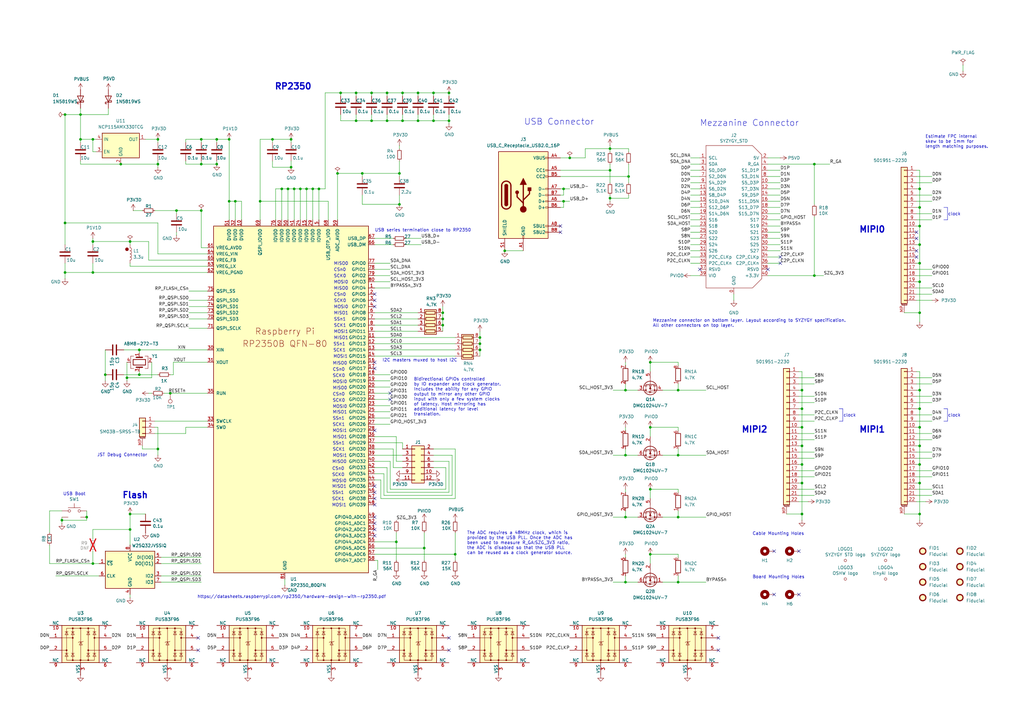
<source format=kicad_sch>
(kicad_sch (version 20250114) (generator "eeschema") (generator_version "9.0")
  (paper "A3")
  (title_block (title "SYZYGY MIPI Adapter") (rev "0.1") (company "tinyVision.ai Inc."))
  (lib_symbols
    (symbol "Connector:TestPoint" (pin_numbers (hide yes)) (pin_names (offset 0.762) (hide yes))
      (property "Reference" "TP" (at 0 6.858 0))
      (property "Value" "TestPoint" (at 0 5.08 0))
      (symbol "TestPoint_1_1"
        (pin passive line (at 0 0 90) (length 2.54) (name "1") (number "1"))
      )
    )
    (symbol "Connector:USB_C_Receptacle_USB2.0_16P" (pin_names (offset 1.016))
      (property "Reference" "J" (at 0 22.225 0))
      (property "Value" "USB_C_Receptacle_USB2.0_16P" (at 0 19.685 0))
      (symbol "USB_C_Receptacle_USB2.0_16P_1_1"
        (pin passive line (at -7.62 -22.86 90) (length 5.08) (name "SHIELD") (number "S1"))
        (pin passive line (at 0 -22.86 90) (length 5.08) (name "GND") (number "A1"))
        (pin passive line (at 0 -22.86 90) (length 5.08) (hide yes) (name "GND") (number "A12"))
        (pin passive line (at 0 -22.86 90) (length 5.08) (hide yes) (name "GND") (number "B1"))
        (pin passive line (at 0 -22.86 90) (length 5.08) (hide yes) (name "GND") (number "B12"))
        (pin passive line (at 15.24 15.24 180) (length 5.08) (name "VBUS") (number "A4"))
        (pin passive line (at 15.24 15.24 180) (length 5.08) (hide yes) (name "VBUS") (number "A9"))
        (pin passive line (at 15.24 15.24 180) (length 5.08) (hide yes) (name "VBUS") (number "B4"))
        (pin passive line (at 15.24 15.24 180) (length 5.08) (hide yes) (name "VBUS") (number "B9"))
        (pin bidirectional line (at 15.24 10.16 180) (length 5.08) (name "CC1") (number "A5"))
        (pin bidirectional line (at 15.24 7.62 180) (length 5.08) (name "CC2") (number "B5"))
        (pin bidirectional line (at 15.24 2.54 180) (length 5.08) (name "D-") (number "A7"))
        (pin bidirectional line (at 15.24 0 180) (length 5.08) (name "D-") (number "B7"))
        (pin bidirectional line (at 15.24 -2.54 180) (length 5.08) (name "D+") (number "A6"))
        (pin bidirectional line (at 15.24 -5.08 180) (length 5.08) (name "D+") (number "B6"))
        (pin bidirectional line (at 15.24 -12.7 180) (length 5.08) (name "SBU1") (number "A8"))
        (pin bidirectional line (at 15.24 -15.24 180) (length 5.08) (name "SBU2") (number "B8"))
      )
    )
    (symbol "Connector_Generic:Conn_02x06_Odd_Even" (pin_names (offset 1.016) (hide yes))
      (property "Reference" "J" (at 1.27 7.62 0))
      (property "Value" "Conn_02x06_Odd_Even" (at 1.27 -10.16 0))
      (symbol "Conn_02x06_Odd_Even_1_1"
        (pin passive line (at -5.08 5.08 0) (length 3.81) (name "Pin_1") (number "1"))
        (pin passive line (at -5.08 2.54 0) (length 3.81) (name "Pin_3") (number "3"))
        (pin passive line (at -5.08 0 0) (length 3.81) (name "Pin_5") (number "5"))
        (pin passive line (at -5.08 -2.54 0) (length 3.81) (name "Pin_7") (number "7"))
        (pin passive line (at -5.08 -5.08 0) (length 3.81) (name "Pin_9") (number "9"))
        (pin passive line (at -5.08 -7.62 0) (length 3.81) (name "Pin_11") (number "11"))
        (pin passive line (at 7.62 5.08 180) (length 3.81) (name "Pin_2") (number "2"))
        (pin passive line (at 7.62 2.54 180) (length 3.81) (name "Pin_4") (number "4"))
        (pin passive line (at 7.62 0 180) (length 3.81) (name "Pin_6") (number "6"))
        (pin passive line (at 7.62 -2.54 180) (length 3.81) (name "Pin_8") (number "8"))
        (pin passive line (at 7.62 -5.08 180) (length 3.81) (name "Pin_10") (number "10"))
        (pin passive line (at 7.62 -7.62 180) (length 3.81) (name "Pin_12") (number "12"))
      )
    )
    (symbol "Connector_Generic_MountingPin:Conn_01x03_MountingPin" (pin_names (offset 1.016) (hide yes))
      (property "Reference" "J" (at 0 5.08 0))
      (property "Value" "Conn_01x03_MountingPin" (at 1.27 -5.08 0))
      (symbol "Conn_01x03_MountingPin_1_1"
        (text "Mounting" (at 0 -4.191 0) (effects (font (size 0.381 0.381))))
        (pin passive line (at -5.08 2.54 0) (length 3.81) (name "Pin_1") (number "1"))
        (pin passive line (at -5.08 0 0) (length 3.81) (name "Pin_2") (number "2"))
        (pin passive line (at -5.08 -2.54 0) (length 3.81) (name "Pin_3") (number "3"))
        (pin passive line (at 0 -7.62 90) (length 3.048) (name "MountPin") (number "MP"))
      )
    )
    (symbol "Connector_Generic_MountingPin:Conn_01x22_MountingPin" (pin_names (offset 1.016) (hide yes))
      (property "Reference" "J" (at 0 27.94 0))
      (property "Value" "Conn_01x22_MountingPin" (at 1.27 -30.48 0))
      (symbol "Conn_01x22_MountingPin_1_1"
        (text "Mounting" (at 0 -29.591 0) (effects (font (size 0.381 0.381))))
        (pin passive line (at -5.08 25.4 0) (length 3.81) (name "Pin_1") (number "1"))
        (pin passive line (at -5.08 22.86 0) (length 3.81) (name "Pin_2") (number "2"))
        (pin passive line (at -5.08 20.32 0) (length 3.81) (name "Pin_3") (number "3"))
        (pin passive line (at -5.08 17.78 0) (length 3.81) (name "Pin_4") (number "4"))
        (pin passive line (at -5.08 15.24 0) (length 3.81) (name "Pin_5") (number "5"))
        (pin passive line (at -5.08 12.7 0) (length 3.81) (name "Pin_6") (number "6"))
        (pin passive line (at -5.08 10.16 0) (length 3.81) (name "Pin_7") (number "7"))
        (pin passive line (at -5.08 7.62 0) (length 3.81) (name "Pin_8") (number "8"))
        (pin passive line (at -5.08 5.08 0) (length 3.81) (name "Pin_9") (number "9"))
        (pin passive line (at -5.08 2.54 0) (length 3.81) (name "Pin_10") (number "10"))
        (pin passive line (at -5.08 0 0) (length 3.81) (name "Pin_11") (number "11"))
        (pin passive line (at -5.08 -2.54 0) (length 3.81) (name "Pin_12") (number "12"))
        (pin passive line (at -5.08 -5.08 0) (length 3.81) (name "Pin_13") (number "13"))
        (pin passive line (at -5.08 -7.62 0) (length 3.81) (name "Pin_14") (number "14"))
        (pin passive line (at -5.08 -10.16 0) (length 3.81) (name "Pin_15") (number "15"))
        (pin passive line (at -5.08 -12.7 0) (length 3.81) (name "Pin_16") (number "16"))
        (pin passive line (at -5.08 -15.24 0) (length 3.81) (name "Pin_17") (number "17"))
        (pin passive line (at -5.08 -17.78 0) (length 3.81) (name "Pin_18") (number "18"))
        (pin passive line (at -5.08 -20.32 0) (length 3.81) (name "Pin_19") (number "19"))
        (pin passive line (at -5.08 -22.86 0) (length 3.81) (name "Pin_20") (number "20"))
        (pin passive line (at -5.08 -25.4 0) (length 3.81) (name "Pin_21") (number "21"))
        (pin passive line (at -5.08 -27.94 0) (length 3.81) (name "Pin_22") (number "22"))
        (pin passive line (at 0 -33.02 90) (length 3.048) (name "MountPin") (number "MP"))
      )
    )
    (symbol "Custom:DMG1024UV-7" (pin_names (hide yes))
      (property "Reference" "Q" (at 5.588 2.032 0))
      (property "Value" "DMG1024UV-7" (at 10.922 0 0))
      (symbol "DMG1024UV-7_1_1"
        (pin input line (at -5.08 0 0) (length 2.54) (name "G") (number "5"))
        (pin passive line (at 2.54 5.08 270) (length 2.54) (name "D") (number "3"))
        (pin passive line (at 2.54 -5.08 90) (length 2.54) (name "S") (number "4"))
      )
      (symbol "DMG1024UV-7_2_1"
        (pin input line (at -5.08 0 0) (length 2.54) (name "G") (number "2"))
        (pin passive line (at 2.54 5.08 270) (length 2.54) (name "D") (number "6"))
        (pin passive line (at 2.54 -5.08 90) (length 2.54) (name "S") (number "1"))
      )
    )
    (symbol "Device:C" (pin_numbers (hide yes)) (pin_names (offset 0.254))
      (property "Reference" "C" (at 0.635 2.54 0))
      (property "Value" "C" (at 0.635 -2.54 0))
      (symbol "C_1_1"
        (pin passive line (at 0 3.81 270) (length 2.794) (name "~") (number "1"))
        (pin passive line (at 0 -3.81 90) (length 2.794) (name "~") (number "2"))
      )
    )
    (symbol "Device:Crystal_GND24" (pin_names (offset 1.016) (hide yes))
      (property "Reference" "Y" (at 3.175 5.08 0))
      (property "Value" "Crystal_GND24" (at 3.175 3.175 0))
      (symbol "Crystal_GND24_1_1"
        (pin passive line (at -3.81 0 0) (length 1.27) (name "1") (number "1"))
        (pin passive line (at 0 5.08 270) (length 1.27) (name "2") (number "2"))
        (pin passive line (at 0 -5.08 90) (length 1.27) (name "4") (number "4"))
        (pin passive line (at 3.81 0 180) (length 1.27) (name "3") (number "3"))
      )
    )
    (symbol "Device:L" (pin_numbers (hide yes)) (pin_names (offset 1.016) (hide yes))
      (property "Reference" "L" (at -1.27 0 90))
      (property "Value" "L" (at 1.905 0 90))
      (symbol "L_1_1"
        (pin passive line (at 0 3.81 270) (length 1.27) (name "1") (number "1"))
        (pin passive line (at 0 -3.81 90) (length 1.27) (name "2") (number "2"))
      )
    )
    (symbol "Device:R_Pack04" (pin_names (offset 0) (hide yes))
      (property "Reference" "RN" (at -7.62 0 90))
      (property "Value" "R_Pack04" (at 5.08 0 90))
      (symbol "R_Pack04_1_1"
        (pin passive line (at -5.08 5.08 270) (length 2.54) (name "R1.2") (number "8"))
        (pin passive line (at -5.08 -5.08 90) (length 2.54) (name "R1.1") (number "1"))
        (pin passive line (at -2.54 5.08 270) (length 2.54) (name "R2.2") (number "7"))
        (pin passive line (at -2.54 -5.08 90) (length 2.54) (name "R2.1") (number "2"))
        (pin passive line (at 0 5.08 270) (length 2.54) (name "R3.2") (number "6"))
        (pin passive line (at 0 -5.08 90) (length 2.54) (name "R3.1") (number "3"))
        (pin passive line (at 2.54 5.08 270) (length 2.54) (name "R4.2") (number "5"))
        (pin passive line (at 2.54 -5.08 90) (length 2.54) (name "R4.1") (number "4"))
      )
    )
    (symbol "Device:R_Pack04_Split" (pin_names (offset 0) (hide yes))
      (property "Reference" "RN" (at 2.032 0 90))
      (property "Value" "R_Pack04_Split" (at 0 0 90))
      (symbol "R_Pack04_Split_1_1"
        (pin passive line (at 0 3.81 270) (length 1.27) (name "R1.2") (number "8"))
        (pin passive line (at 0 -3.81 90) (length 1.27) (name "R1.1") (number "1"))
      )
      (symbol "R_Pack04_Split_2_1"
        (pin passive line (at 0 3.81 270) (length 1.27) (name "R2.2") (number "7"))
        (pin passive line (at 0 -3.81 90) (length 1.27) (name "R2.1") (number "2"))
      )
      (symbol "R_Pack04_Split_3_1"
        (pin passive line (at 0 3.81 270) (length 1.27) (name "R3.2") (number "6"))
        (pin passive line (at 0 -3.81 90) (length 1.27) (name "R3.1") (number "3"))
      )
      (symbol "R_Pack04_Split_4_1"
        (pin passive line (at 0 3.81 270) (length 1.27) (name "R4.2") (number "5"))
        (pin passive line (at 0 -3.81 90) (length 1.27) (name "R4.1") (number "4"))
      )
    )
    (symbol "Device:R_Small" (pin_numbers (hide yes)) (pin_names (offset 0.254) (hide yes))
      (property "Reference" "R" (at 0 0 90))
      (property "Value" "R_Small" (at 1.778 0 90))
      (symbol "R_Small_1_1"
        (pin passive line (at 0 2.54 270) (length 0.762) (name "~") (number "1"))
        (pin passive line (at 0 -2.54 90) (length 0.762) (name "~") (number "2"))
      )
    )
    (symbol "Diode:1N5819WS" (pin_numbers (hide yes)) (pin_names (offset 1.016) (hide yes))
      (property "Reference" "D" (at 0 2.54 0))
      (property "Value" "1N5819WS" (at 0 -2.54 0))
      (symbol "1N5819WS_1_1"
        (pin passive line (at -3.81 0 0) (length 2.54) (name "K") (number "1"))
        (pin passive line (at 3.81 0 180) (length 2.54) (name "A") (number "2"))
      )
    )
    (symbol "GND_13" (power) (pin_numbers (hide yes)) (pin_names (offset 0) (hide yes))
      (property "Value" "GND" (at 0 -3.81 0))
      (symbol "GND_13_1_1"
        (pin power_in line (at 0 0 270) (length 0) (name "~") (number "1"))
      )
    )
    (symbol "MCU_RaspberryPi_RP2350:RP2350_80QFN" (pin_names (offset 1.016))
      (property "Reference" "U" (at -29.21 49.53 0))
      (property "Value" "RP2350_80QFN" (at 25.4 -96.52 0))
      (symbol "RP2350_80QFN_0_0"
        (text "Raspberry Pi" (at 0 5.08 0) (effects (font (size 2.54 2.54))))
      )
      (symbol "RP2350_80QFN_1_0"
        (text "RP2350B QFN-80" (at 0 0 0) (effects (font (size 2.54 2.54))))
      )
      (symbol "RP2350_80QFN_1_1"
        (pin power_in line (at -31.75 39.37 0) (length 2.54) (name "VREG_AVDD") (number "61"))
        (pin power_in line (at -31.75 36.83 0) (length 2.54) (name "VREG_VIN") (number "64"))
        (pin input line (at -31.75 34.29 0) (length 2.54) (name "VREG_FB") (number "65"))
        (pin power_out line (at -31.75 31.75 0) (length 2.54) (name "VREG_LX") (number "63"))
        (pin power_in line (at -31.75 29.21 0) (length 2.54) (name "VREG_PGND") (number "62"))
        (pin bidirectional line (at -31.75 21.59 0) (length 2.54) (name "QSPI_SS") (number "75"))
        (pin bidirectional line (at -31.75 17.78 0) (length 2.54) (name "QSPI_SD0") (number "72"))
        (pin bidirectional line (at -31.75 15.24 0) (length 2.54) (name "QSPI_SD1") (number "74"))
        (pin bidirectional line (at -31.75 12.7 0) (length 2.54) (name "QSPI_SD2") (number "73"))
        (pin bidirectional line (at -31.75 10.16 0) (length 2.54) (name "QSPI_SD3") (number "70"))
        (pin output line (at -31.75 6.35 0) (length 2.54) (name "QSPI_SCLK") (number "71"))
        (pin input line (at -31.75 -2.54 0) (length 2.54) (name "XIN") (number "30"))
        (pin passive line (at -31.75 -7.62 0) (length 2.54) (name "XOUT") (number "31"))
        (pin input line (at -31.75 -20.32 0) (length 2.54) (name "RUN") (number "35"))
        (pin output line (at -31.75 -31.75 0) (length 2.54) (name "SWCLK") (number "33"))
        (pin bidirectional line (at -31.75 -34.29 0) (length 2.54) (name "SWD") (number "34"))
        (pin power_in line (at -22.86 50.8 270) (length 2.54) (name "DVDD") (number "51"))
        (pin power_in line (at -20.32 50.8 270) (length 2.54) (name "DVDD") (number "32"))
        (pin power_in line (at -17.78 50.8 270) (length 2.54) (name "DVDD") (number "10"))
        (pin power_in line (at -10.16 50.8 270) (length 2.54) (name "QSPI_IOVDD") (number "69"))
        (pin power_in line (at -3.81 50.8 270) (length 2.54) (name "IOVDD") (number "76"))
        (pin power_in line (at -1.27 50.8 270) (length 2.54) (name "IOVDD") (number "60"))
        (pin power_in line (at 0 -96.52 90) (length 2.54) (name "GND") (number "81"))
        (pin power_in line (at 1.27 50.8 270) (length 2.54) (name "IOVDD") (number "50"))
        (pin power_in line (at 3.81 50.8 270) (length 2.54) (name "IOVDD") (number "41"))
        (pin power_in line (at 6.35 50.8 270) (length 2.54) (name "IOVDD") (number "24"))
        (pin power_in line (at 8.89 50.8 270) (length 2.54) (name "IOVDD") (number "15"))
        (pin power_in line (at 11.43 50.8 270) (length 2.54) (name "IOVDD") (number "29"))
        (pin power_in line (at 13.97 50.8 270) (length 2.54) (name "IOVDD") (number "5"))
        (pin power_in line (at 17.78 50.8 270) (length 2.54) (name "USB_OTP_VDD") (number "68"))
        (pin power_in line (at 21.59 50.8 270) (length 2.54) (name "ADC_AVDD") (number "59"))
        (pin bidirectional line (at 36.83 43.18 180) (length 2.54) (name "USB_DP") (number "67"))
        (pin bidirectional line (at 36.83 40.64 180) (length 2.54) (name "USB_DM") (number "66"))
        (pin bidirectional line (at 36.83 33.02 180) (length 2.54) (name "GPIO0") (number "77"))
        (pin bidirectional line (at 36.83 30.48 180) (length 2.54) (name "GPIO1") (number "78"))
        (pin bidirectional line (at 36.83 27.94 180) (length 2.54) (name "GPIO2") (number "79"))
        (pin bidirectional line (at 36.83 25.4 180) (length 2.54) (name "GPIO3") (number "80"))
        (pin bidirectional line (at 36.83 22.86 180) (length 2.54) (name "GPIO4") (number "1"))
        (pin bidirectional line (at 36.83 20.32 180) (length 2.54) (name "GPIO5") (number "2"))
        (pin bidirectional line (at 36.83 17.78 180) (length 2.54) (name "GPIO6") (number "3"))
        (pin bidirectional line (at 36.83 15.24 180) (length 2.54) (name "GPIO7") (number "4"))
        (pin bidirectional line (at 36.83 12.7 180) (length 2.54) (name "GPIO8") (number "6"))
        (pin bidirectional line (at 36.83 10.16 180) (length 2.54) (name "GPIO9") (number "7"))
        (pin bidirectional line (at 36.83 7.62 180) (length 2.54) (name "GPIO10") (number "8"))
        (pin bidirectional line (at 36.83 5.08 180) (length 2.54) (name "GPIO11") (number "9"))
        (pin bidirectional line (at 36.83 2.54 180) (length 2.54) (name "GPIO12") (number "11"))
        (pin bidirectional line (at 36.83 0 180) (length 2.54) (name "GPIO13") (number "12"))
        (pin bidirectional line (at 36.83 -2.54 180) (length 2.54) (name "GPIO14") (number "13"))
        (pin bidirectional line (at 36.83 -5.08 180) (length 2.54) (name "GPIO15") (number "14"))
        (pin bidirectional line (at 36.83 -7.62 180) (length 2.54) (name "GPIO16") (number "16"))
        (pin bidirectional line (at 36.83 -10.16 180) (length 2.54) (name "GPIO17") (number "17"))
        (pin bidirectional line (at 36.83 -12.7 180) (length 2.54) (name "GPIO18") (number "18"))
        (pin bidirectional line (at 36.83 -15.24 180) (length 2.54) (name "GPIO19") (number "19"))
        (pin bidirectional line (at 36.83 -17.78 180) (length 2.54) (name "GPIO20") (number "20"))
        (pin bidirectional line (at 36.83 -20.32 180) (length 2.54) (name "GPIO21") (number "21"))
        (pin bidirectional line (at 36.83 -22.86 180) (length 2.54) (name "GPIO22") (number "22"))
        (pin bidirectional line (at 36.83 -25.4 180) (length 2.54) (name "GPIO23") (number "23"))
        (pin bidirectional line (at 36.83 -27.94 180) (length 2.54) (name "GPIO24") (number "25"))
        (pin bidirectional line (at 36.83 -30.48 180) (length 2.54) (name "GPIO25") (number "26"))
        (pin bidirectional line (at 36.83 -33.02 180) (length 2.54) (name "GPIO26") (number "27"))
        (pin bidirectional line (at 36.83 -35.56 180) (length 2.54) (name "GPIO27") (number "28"))
        (pin bidirectional line (at 36.83 -38.1 180) (length 2.54) (name "GPIO28") (number "36"))
        (pin bidirectional line (at 36.83 -40.64 180) (length 2.54) (name "GPIO29") (number "37"))
        (pin bidirectional line (at 36.83 -43.18 180) (length 2.54) (name "GPIO30") (number "38"))
        (pin bidirectional line (at 36.83 -45.72 180) (length 2.54) (name "GPIO31") (number "39"))
        (pin bidirectional line (at 36.83 -48.26 180) (length 2.54) (name "GPIO32") (number "40"))
        (pin bidirectional line (at 36.83 -50.8 180) (length 2.54) (name "GPIO33") (number "42"))
        (pin bidirectional line (at 36.83 -53.34 180) (length 2.54) (name "GPIO34") (number "43"))
        (pin bidirectional line (at 36.83 -55.88 180) (length 2.54) (name "GPIO35") (number "44"))
        (pin bidirectional line (at 36.83 -58.42 180) (length 2.54) (name "GPIO36") (number "45"))
        (pin bidirectional line (at 36.83 -60.96 180) (length 2.54) (name "GPIO37") (number "46"))
        (pin bidirectional line (at 36.83 -63.5 180) (length 2.54) (name "GPIO38") (number "47"))
        (pin bidirectional line (at 36.83 -66.04 180) (length 2.54) (name "GPIO39") (number "48"))
        (pin bidirectional line (at 36.83 -71.12 180) (length 2.54) (name "GPIO40_ADC0") (number "49"))
        (pin bidirectional line (at 36.83 -73.66 180) (length 2.54) (name "GPIO41_ADC1") (number "52"))
        (pin bidirectional line (at 36.83 -76.2 180) (length 2.54) (name "GPIO42_ADC2") (number "53"))
        (pin bidirectional line (at 36.83 -78.74 180) (length 2.54) (name "GPIO43_ADC3") (number "54"))
        (pin bidirectional line (at 36.83 -81.28 180) (length 2.54) (name "GPIO44_ADC4") (number "55"))
        (pin bidirectional line (at 36.83 -83.82 180) (length 2.54) (name "GPIO45_ADC5") (number "56"))
        (pin bidirectional line (at 36.83 -86.36 180) (length 2.54) (name "GPIO46_ADC6") (number "57"))
        (pin bidirectional line (at 36.83 -88.9 180) (length 2.54) (name "GPIO47_ADC7") (number "58"))
      )
    )
    (symbol "MK11_PROG-rescue:TestPoint_Small-custom" (pin_numbers (hide yes)) (pin_names (offset 0.762) (hide yes))
      (property "Reference" "TP" (at 0 3.81 0))
      (property "Value" "TestPoint_Small-custom" (at 0 2.032 0))
    )
    (symbol "Mechanical:Fiducial" (in_bom no)
      (property "Reference" "FID" (at 0 5.08 0))
      (property "Value" "Fiducial" (at 0 3.175 0))
    )
    (symbol "MountingHole_Pad_1" (pin_numbers (hide yes)) (pin_names (offset 1.016) (hide yes))
      (property "Reference" "H" (at 0 6.35 0))
      (property "Value" "MountingHole_Pad" (at 0 4.445 0))
      (symbol "MountingHole_Pad_1_1_1"
        (pin input line (at 0 -2.54 90) (length 2.54) (name "1") (number "1"))
      )
    )
    (symbol "MountingHole_Pad_2" (pin_numbers (hide yes)) (pin_names (offset 1.016) (hide yes))
      (property "Reference" "H" (at 0 6.35 0))
      (property "Value" "MountingHole_Pad" (at 0 4.445 0))
      (symbol "MountingHole_Pad_2_1_1"
        (pin input line (at 0 -2.54 90) (length 2.54) (name "1") (number "1"))
      )
    )
    (symbol "MountingHole_Pad_3" (pin_numbers (hide yes)) (pin_names (offset 1.016) (hide yes))
      (property "Reference" "H" (at 0 6.35 0))
      (property "Value" "MountingHole_Pad" (at 0 4.445 0))
      (symbol "MountingHole_Pad_3_1_1"
        (pin input line (at 0 -2.54 90) (length 2.54) (name "1") (number "1"))
      )
    )
    (symbol "MountingHole_Pad_5" (pin_numbers (hide yes)) (pin_names (offset 1.016) (hide yes))
      (property "Reference" "H" (at 0 6.35 0))
      (property "Value" "MountingHole_Pad" (at 0 4.445 0))
      (symbol "MountingHole_Pad_5_1_1"
        (pin input line (at 0 -2.54 90) (length 2.54) (name "1") (number "1"))
      )
    )
    (symbol "Power_Protection:D3V3XA4B10LP" (pin_names (offset 0))
      (property "Reference" "U" (at -0.635 8.89 0))
      (property "Value" "D3V3XA4B10LP" (at 8.89 -10.16 0))
      (symbol "D3V3XA4B10LP_1_1"
        (pin free line (at -12.7 7.62 0) (length 5.08) (name "NC") (number "10"))
        (pin passive line (at -12.7 2.54 0) (length 5.08) (name "~") (number "1"))
        (pin passive line (at -12.7 -2.54 0) (length 5.08) (name "~") (number "2"))
        (pin free line (at -12.7 -7.62 0) (length 5.08) (name "NC") (number "9"))
        (pin power_in line (at 0 -12.7 90) (length 5.08) (name "VSS") (number "3"))
        (pin passive line (at 0 -12.7 90) (length 5.08) (hide yes) (name "VSS") (number "8"))
        (pin free line (at 12.7 7.62 180) (length 5.08) (name "NC") (number "7"))
        (pin passive line (at 12.7 2.54 180) (length 5.08) (name "~") (number "4"))
        (pin passive line (at 12.7 -2.54 180) (length 5.08) (name "~") (number "5"))
        (pin free line (at 12.7 -7.62 180) (length 5.08) (name "NC") (number "6"))
      )
    )
    (symbol "Regulator_Linear:NCP115AMX120TCG"
      (property "Reference" "U" (at 2.54 10.16 0))
      (property "Value" "NCP115AMX120TCG" (at 10.16 7.62 0))
      (symbol "NCP115AMX120TCG_1_1"
        (pin power_in line (at -10.16 2.54 0) (length 2.54) (name "IN") (number "4"))
        (pin input line (at -10.16 -2.54 0) (length 2.54) (name "EN") (number "3"))
        (pin power_in line (at 0 -7.62 90) (length 2.54) (name "GND") (number "2"))
        (pin passive line (at 0 -7.62 90) (length 2.54) (hide yes) (name "GND") (number "5"))
        (pin power_out line (at 10.16 2.54 180) (length 2.54) (name "OUT") (number "1"))
      )
    )
    (symbol "SYZYGY:SYZYGY_STD" (pin_names (offset 1.016))
      (property "Reference" "J" (at -10.16 30.48 0))
      (property "Value" "SYZYGY_STD" (at -10.16 27.94 0))
      (symbol "SYZYGY_STD_1_1"
        (pin passive line (at -13.97 21.59 0) (length 2.54) (name "SCL") (number "1"))
        (pin passive line (at -13.97 19.05 0) (length 2.54) (name "SDA") (number "3"))
        (pin passive line (at -13.97 16.51 0) (length 2.54) (name "S0_D0P") (number "5"))
        (pin passive line (at -13.97 13.97 0) (length 2.54) (name "S2_D0N") (number "7"))
        (pin passive line (at -13.97 11.43 0) (length 2.54) (name "S4_D2P") (number "9"))
        (pin passive line (at -13.97 8.89 0) (length 2.54) (name "S6_D2N") (number "11"))
        (pin passive line (at -13.97 6.35 0) (length 2.54) (name "S8_D4P") (number "13"))
        (pin passive line (at -13.97 3.81 0) (length 2.54) (name "S10_D4N") (number "15"))
        (pin passive line (at -13.97 1.27 0) (length 2.54) (name "S12_D6P") (number "17"))
        (pin passive line (at -13.97 -1.27 0) (length 2.54) (name "S14_D6N") (number "19"))
        (pin passive line (at -13.97 -3.81 0) (length 2.54) (name "S16") (number "21"))
        (pin passive line (at -13.97 -6.35 0) (length 2.54) (name "S18") (number "23"))
        (pin passive line (at -13.97 -8.89 0) (length 2.54) (name "S20") (number "25"))
        (pin passive line (at -13.97 -11.43 0) (length 2.54) (name "S22") (number "27"))
        (pin passive line (at -13.97 -13.97 0) (length 2.54) (name "S24") (number "29"))
        (pin passive line (at -13.97 -16.51 0) (length 2.54) (name "S26") (number "31"))
        (pin passive line (at -13.97 -19.05 0) (length 2.54) (name "P2C_CLKp") (number "33"))
        (pin passive line (at -13.97 -21.59 0) (length 2.54) (name "P2C_CLKn") (number "35"))
        (pin passive line (at -13.97 -24.13 0) (length 2.54) (name "RSVD") (number "37"))
        (pin power_out line (at -13.97 -26.67 0) (length 2.54) (name "VIO") (number "39"))
        (pin passive line (at 0 -34.29 90) (length 2.54) (name "GND") (number "0"))
        (pin power_out line (at 13.97 21.59 180) (length 2.54) (name "5V") (number "2"))
        (pin passive line (at 13.97 19.05 180) (length 2.54) (name "R_GA") (number "4"))
        (pin passive line (at 13.97 16.51 180) (length 2.54) (name "S1_D1P") (number "6"))
        (pin passive line (at 13.97 13.97 180) (length 2.54) (name "S3_D1N") (number "8"))
        (pin passive line (at 13.97 11.43 180) (length 2.54) (name "S5_D3P") (number "10"))
        (pin passive line (at 13.97 8.89 180) (length 2.54) (name "S7_D3N") (number "12"))
        (pin passive line (at 13.97 6.35 180) (length 2.54) (name "S9_D5P") (number "14"))
        (pin passive line (at 13.97 3.81 180) (length 2.54) (name "S11_D5N") (number "16"))
        (pin passive line (at 13.97 1.27 180) (length 2.54) (name "S13_D7P") (number "18"))
        (pin passive line (at 13.97 -1.27 180) (length 2.54) (name "S15_D7N") (number "20"))
        (pin passive line (at 13.97 -3.81 180) (length 2.54) (name "S17") (number "22"))
        (pin passive line (at 13.97 -6.35 180) (length 2.54) (name "S19") (number "24"))
        (pin passive line (at 13.97 -8.89 180) (length 2.54) (name "S21") (number "26"))
        (pin passive line (at 13.97 -11.43 180) (length 2.54) (name "S23") (number "28"))
        (pin passive line (at 13.97 -13.97 180) (length 2.54) (name "S25") (number "30"))
        (pin passive line (at 13.97 -16.51 180) (length 2.54) (name "S27") (number "32"))
        (pin passive line (at 13.97 -19.05 180) (length 2.54) (name "C2P_CLKp") (number "34"))
        (pin passive line (at 13.97 -21.59 180) (length 2.54) (name "C2P_CLKn") (number "36"))
        (pin passive line (at 13.97 -24.13 180) (length 2.54) (name "RSVD") (number "38"))
        (pin power_out line (at 13.97 -26.67 180) (length 2.54) (name "+3.3V") (number "40"))
      )
    )
    (symbol "SZG-TEMPLATE-STD:+3.3V-power" (power) (pin_names (offset 0))
      (property "Value" "+3.3V-power" (at 0 3.556 0))
      (symbol "+3.3V-power_1_1"
        (pin power_in line (at 0 0 90) (length 0) (hide yes) (name "+3V3") (number "1"))
      )
    )
    (symbol "Switch:SW_Push" (pin_numbers (hide yes)) (pin_names (offset 1.016) (hide yes))
      (property "Reference" "SW1" (at 0 8.255 0))
      (property "Comment" "~RESET" (at 0 5.715 0))
      (symbol "SW_Push_0_1"
        (pin passive line (at -5.08 0 0) (length 2.54) (name "1") (number "1"))
        (pin passive line (at -5.08 -2.54 0) (length 2.54) (name "SH1") (number "SH1"))
        (pin passive line (at 5.08 0 180) (length 2.54) (name "2") (number "2"))
        (pin passive line (at 5.08 -2.54 180) (length 2.54) (name "SH2") (number "SH2"))
      )
    )
    (symbol "UPduino_v3.0:W25Q32JVSS-Memory_Flash"
      (property "Reference" "U" (at -8.89 8.89 0))
      (property "Value" "W25Q32JVSS-Memory_Flash" (at 7.62 8.89 0))
      (symbol "W25Q32JVSS-Memory_Flash_1_1"
        (pin input line (at -12.7 2.54 0) (length 2.54) (name "~{CS}") (number "1"))
        (pin input line (at -12.7 -2.54 0) (length 2.54) (name "CLK") (number "6"))
        (pin power_in line (at 0 10.16 270) (length 2.54) (name "VCC") (number "8"))
        (pin power_in line (at 0 -10.16 90) (length 2.54) (name "GND") (number "4"))
        (pin bidirectional line (at 12.7 5.08 180) (length 2.54) (name "DI(IO0)") (number "5"))
        (pin bidirectional line (at 12.7 2.54 180) (length 2.54) (name "DO(IO1)") (number "2"))
        (pin bidirectional line (at 12.7 -2.54 180) (length 2.54) (name "IO2") (number "3"))
        (pin bidirectional line (at 12.7 -5.08 180) (length 2.54) (name "IO3") (number "7"))
      )
    )
    (symbol "power:+1V1" (power) (pin_numbers (hide yes)) (pin_names (offset 0) (hide yes))
      (property "Value" "+1V1" (at 0 3.556 0))
      (symbol "+1V1_1_1"
        (pin power_in line (at 0 0 90) (length 0) (name "~") (number "1"))
      )
    )
    (symbol "power:GND" (power) (pin_numbers (hide yes)) (pin_names (offset 0) (hide yes))
      (property "Value" "GND" (at 0 -3.81 0))
      (symbol "GND_1_1"
        (pin power_in line (at 0 0 270) (length 0) (name "~") (number "1"))
      )
    )
    (symbol "power:PWR_FLAG" (power) (pin_numbers (hide yes)) (pin_names (offset 0) (hide yes))
      (property "Value" "PWR_FLAG" (at 0 3.81 0))
      (symbol "PWR_FLAG_0_0"
        (pin power_out line (at 0 0 90) (length 0) (name "~") (number "1"))
      )
    )
    (symbol "power:VBUS" (power) (pin_numbers (hide yes)) (pin_names (offset 0) (hide yes))
      (property "Value" "VBUS" (at 0 3.556 0))
      (symbol "VBUS_1_1"
        (pin power_in line (at 0 0 90) (length 0) (name "~") (number "1"))
      )
    )
    (symbol "power:VCC" (power) (pin_numbers (hide yes)) (pin_names (offset 0) (hide yes))
      (property "Value" "VCC" (at 0 3.556 0))
      (symbol "VCC_1_1"
        (pin power_in line (at 0 0 90) (length 0) (name "~") (number "1"))
      )
    )
  )
  (circle (center 52.07 102.235) (radius 0.635) (stroke (width 0) (color 132 0 0 1)) (fill (type color) (color 132 0 0 1)))
  (text "USB Boot" (at 30.48 202.692 0) (effects (font (size 1.27 1.27))))
  (text "SSn1" (at 136.1715 202.9498 0) (effects (font (size 1.27 1.27)) (justify left bottom)))
  (text "RP2350" (at 112.522 37.084 0) (effects (font (size 2.54 2.54) (thickness 0.508) (bold yes)) (justify left bottom)))
  (text "MISO0" (at 136.4255 149.8473 0) (effects (font (size 1.27 1.27)) (justify left bottom)))
  (text "SCK1" (at 136.3705 175.0022 0) (effects (font (size 1.27 1.27)) (justify left bottom)))
  (text "I2C masters muxed to host I2C" (at 172.212 147.828 0) (effects (font (size 1.27 1.27))))
  (text "MISO1" (at 136.398 180.1025 0) (effects (font (size 1.27 1.27)) (justify left bottom)))
  (text "MIPI0" (at 363.22 95.758 0) (effects (font (size 2.54 2.54) (thickness 0.508) (bold yes)) (justify right bottom)))
  (text "MISO1" (at 136.1715 200.3933 0) (effects (font (size 1.27 1.27)) (justify left bottom)))
  (text "MISO0" (at 136.199 190.2371 0) (effects (font (size 1.27 1.27)) (justify left bottom)))
  (text "SSn1" (at 136.906 131.826 0) (effects (font (size 1.27 1.27)) (justify left bottom)))
  (text "CSn0" (at 136.906 121.6825 0) (effects (font (size 1.27 1.27)) (justify left bottom)))
  (text "MOSI1" (at 136.398 187.706 0) (effects (font (size 1.27 1.27)) (justify left bottom)))
  (text "MOSI0" (at 136.398 167.6235 0) (effects (font (size 1.27 1.27)) (justify left bottom)))
  (text "MIPI2" (at 314.96 177.8 0) (effects (font (size 2.54 2.54) (thickness 0.508) (bold yes)) (justify right bottom)))
  (text "Board Mounting Holes" (at 308.61 237.49 0) (effects (font (size 1.27 1.27)) (justify left bottom)))
  (text "MOSI0" (at 136.1715 198.1073 0) (effects (font (size 1.27 1.27)) (justify left bottom)))
  (text "Estimate FPC internal\nskew to be 1mm for\nlength matching purposes." (at 379.476 58.166 0) (effects (font (size 1.27 1.27)) (justify left)))
  (text "MOSI0" (at 136.851 116.5784 0) (effects (font (size 1.27 1.27)) (justify left bottom)))
  (text "clock" (at 348.488 170.434 0) (effects (font (size 1.27 1.27))))
  (text "MOSI1" (at 136.3705 177.5257 0) (effects (font (size 1.27 1.27)) (justify left bottom)))
  (text "USB Connector" (at 214.884 51.562 0) (effects (font (size 2.54 2.54)) (justify left bottom)))
  (text "MISO0" (at 136.4255 160.0073 0) (effects (font (size 1.27 1.27)) (justify left bottom)))
  (text "Bidirectional GPIOs controlled\nby IO expander and clock generator.\nIncludes the ability for any GPIO\noutput to mirror any other GPIO\ninput with only a few system clocks\nof latency. Host mirroring has\nadditional latency for level\ntranslation." (at 169.672 162.814 0) (effects (font (size 1.27 1.27)) (justify left)))
  (text "SCK0" (at 136.1715 195.5838 0) (effects (font (size 1.27 1.27)) (justify left bottom)))
  (text "MISO0" (at 136.8785 119.1387 0) (effects (font (size 1.27 1.27)) (justify left bottom)))
  (text "MISO1" (at 136.398 169.9095 0) (effects (font (size 1.27 1.27)) (justify left bottom)))
  (text "MOSI0" (at 136.8785 126.7422 0) (effects (font (size 1.27 1.27)) (justify left bottom)))
  (text "MISO1" (at 136.906 129.2695 0) (effects (font (size 1.27 1.27)) (justify left bottom)))
  (text "MISO1" (at 136.906 139.446 0) (effects (font (size 1.27 1.27)) (justify left bottom)))
  (text "SSn1" (at 136.6795 141.9898 0) (effects (font (size 1.27 1.27)) (justify left bottom)))
  (text "MOSI0" (at 136.398 157.4635 0) (effects (font (size 1.27 1.27)) (justify left bottom)))
  (text "MISO0" (at 136.8785 108.9622 0) (effects (font (size 1.27 1.27)) (justify left bottom)))
  (text "SSn1" (at 136.398 172.466 0) (effects (font (size 1.27 1.27)) (justify left bottom)))
  (text "MOSI1" (at 136.652 147.0495 0) (effects (font (size 1.27 1.27)) (justify left bottom)))
  (text "SSn1" (at 136.4255 182.6463 0) (effects (font (size 1.27 1.27)) (justify left bottom)))
  (text "SCK1" (at 136.652 144.526 0) (effects (font (size 1.27 1.27)) (justify left bottom)))
  (text "CSn0" (at 136.4255 162.5638 0) (effects (font (size 1.27 1.27)) (justify left bottom)))
  (text "clock" (at 391.414 170.434 0) (effects (font (size 1.27 1.27))))
  (text "CSn0" (at 136.8785 111.5187 0) (effects (font (size 1.27 1.27)) (justify left bottom)))
  (text "SCK1" (at 136.144 205.486 0) (effects (font (size 1.27 1.27)) (justify left bottom)))
  (text "SCK1" (at 136.8785 134.3622 0) (effects (font (size 1.27 1.27)) (justify left bottom)))
  (text "Flash" (at 50.038 204.724 0) (effects (font (size 2.54 2.54) (thickness 0.508) (bold yes)) (justify left bottom)))
  (text "SCK0" (at 136.398 165.1 0) (effects (font (size 1.27 1.27)) (justify left bottom)))
  (text "The ADC requires a 48MHz clock, which is\nprovided by the USB PLL. Once the ADC has\nbeen used to measure R_GA:SZG_3V3 ratio,\nthe ADC is disabled so that the USB PLL\ncan be reused as a clock generator source." (at 191.516 222.758 0) (effects (font (size 1.27 1.27)) (justify left)))
  (text "SCK0" (at 136.398 154.94 0) (effects (font (size 1.27 1.27)) (justify left bottom)))
  (text "Mezzanine connector on bottom layer. Layout according to SYZYGY specification.\nAll other connectors on top layer." (at 267.716 132.588 0) (effects (font (size 1.27 1.27)) (justify left)))
  (text "JST Debug Connector" (at 60.452 187.452 0) (effects (font (size 1.27 1.27)) (justify right bottom)))
  (text "CSn0" (at 136.4255 152.4038 0) (effects (font (size 1.27 1.27)) (justify left bottom)))
  (text "MOSI1" (at 136.144 208.0095 0) (effects (font (size 1.27 1.27)) (justify left bottom)))
  (text "Mezzanine Connector" (at 287.02 52.07 0) (effects (font (size 2.54 2.54)) (justify left bottom)))
  (text "SCK0" (at 136.8785 124.2187 0) (effects (font (size 1.27 1.27)) (justify left bottom)))
  (text "clock" (at 391.414 87.884 0) (effects (font (size 1.27 1.27))))
  (text "SCK0" (at 136.851 114.0549 0) (effects (font (size 1.27 1.27)) (justify left bottom)))
  (text "Cable Mounting Holes" (at 308.61 219.71 0) (effects (font (size 1.27 1.27)) (justify left bottom)))
  (text "USB series termination close to RP2350" (at 153.67 95.25 0) (effects (font (size 1.27 1.27)) (justify left bottom)))
  (text "https://datasheets.raspberrypi.com/rp2350/hardware-design-with-rp2350.pdf" (at 119.634 244.856 0) (effects (font (size 1.27 1.27))))
  (text "MOSI1" (at 136.8785 136.8857 0) (effects (font (size 1.27 1.27)) (justify left bottom)))
  (text "SCK1" (at 136.398 185.1825 0) (effects (font (size 1.27 1.27)) (justify left bottom)))
  (text "MIPI1" (at 363.22 177.8 0) (effects (font (size 2.54 2.54) (thickness 0.508) (bold yes)) (justify right bottom)))
  (text "CSn0" (at 136.199 193.0476 0) (effects (font (size 1.27 1.27)) (justify left bottom)))
  (junction (at 165.1 49.53))
  (junction (at 328.93 190.5))
  (junction (at 250.19 81.28))
  (junction (at 181.61 133.35))
  (junction (at 53.34 99.06))
  (junction (at 266.7 227.33))
  (junction (at 377.19 182.88))
  (junction (at 256.54 160.02))
  (junction (at 64.77 57.15))
  (junction (at 266.7 200.66))
  (junction (at 266.7 175.26))
  (junction (at 158.75 38.1))
  (junction (at 377.19 115.57))
  (junction (at 82.55 86.36))
  (junction (at 278.13 212.09))
  (junction (at 33.02 46.99))
  (junction (at 26.67 91.44))
  (junction (at 377.19 77.47))
  (junction (at 38.1 57.15))
  (junction (at 163.83 71.12))
  (junction (at 177.8 38.1))
  (junction (at 207.01 102.87))
  (junction (at 377.19 210.82))
  (junction (at 130.81 77.47))
  (junction (at 152.4 38.1))
  (junction (at 177.8 49.53))
  (junction (at 328.93 167.64))
  (junction (at 52.07 154.94))
  (junction (at 186.69 227.33))
  (junction (at 25.4 213.36))
  (junction (at 377.19 85.09))
  (junction (at 334.01 67.31))
  (junction (at 115.57 77.47))
  (junction (at 257.81 72.39))
  (junction (at 328.93 160.02))
  (junction (at 377.19 190.5))
  (junction (at 152.4 49.53))
  (junction (at 26.67 111.76))
  (junction (at 278.13 186.69))
  (junction (at 38.1 111.76))
  (junction (at 64.77 184.15))
  (junction (at 53.34 217.17))
  (junction (at 250.19 69.85))
  (junction (at 43.18 153.67))
  (junction (at 119.38 68.58))
  (junction (at 334.01 113.03))
  (junction (at 120.65 77.47))
  (junction (at 111.76 57.15))
  (junction (at 181.61 130.81))
  (junction (at 165.1 38.1))
  (junction (at 158.75 49.53))
  (junction (at 278.13 160.02))
  (junction (at 328.93 198.12))
  (junction (at 69.85 161.29))
  (junction (at 35.56 212.09))
  (junction (at 196.85 138.43))
  (junction (at 231.14 77.47))
  (junction (at 377.19 100.33))
  (junction (at 146.05 38.1))
  (junction (at 72.39 86.36))
  (junction (at 377.19 198.12))
  (junction (at 82.55 57.15))
  (junction (at 49.53 67.31))
  (junction (at 377.19 107.95))
  (junction (at 256.54 186.69))
  (junction (at 328.93 175.26))
  (junction (at 93.98 82.55))
  (junction (at 196.85 143.51))
  (junction (at 96.52 82.55))
  (junction (at 33.02 57.15))
  (junction (at 266.7 148.59))
  (junction (at 146.05 49.53))
  (junction (at 106.68 82.55))
  (junction (at 88.9 67.31))
  (junction (at 82.55 67.31))
  (junction (at 57.15 143.51))
  (junction (at 119.38 57.15))
  (junction (at 38.1 99.06))
  (junction (at 278.13 238.76))
  (junction (at 328.93 210.82))
  (junction (at 138.43 71.12))
  (junction (at 233.68 64.77))
  (junction (at 38.1 231.14))
  (junction (at 181.61 128.27))
  (junction (at 118.11 77.47))
  (junction (at 26.67 46.99))
  (junction (at 250.19 60.96))
  (junction (at 231.14 82.55))
  (junction (at 173.99 224.79))
  (junction (at 377.19 128.27))
  (junction (at 377.19 167.64))
  (junction (at 123.19 77.47))
  (junction (at 93.98 57.15))
  (junction (at 64.77 67.31))
  (junction (at 53.34 210.82))
  (junction (at 256.54 238.76))
  (junction (at 163.83 83.82))
  (junction (at 128.27 77.47))
  (junction (at 184.15 38.1))
  (junction (at 162.56 222.25))
  (junction (at 57.15 153.67))
  (junction (at 377.19 160.02))
  (junction (at 88.9 57.15))
  (junction (at 171.45 49.53))
  (junction (at 377.19 175.26))
  (junction (at 125.73 77.47))
  (junction (at 256.54 212.09))
  (junction (at 328.93 182.88))
  (junction (at 196.85 140.97))
  (junction (at 148.59 71.12))
  (junction (at 139.7 38.1))
  (junction (at 184.15 49.53))
  (junction (at 171.45 38.1))
  (junction (at 377.19 92.71))
  (no_connect (at 153.67 120.65))
  (no_connect (at 375.92 95.25))
  (no_connect (at 160.02 163.83))
  (no_connect (at 294.64 261.62))
  (no_connect (at 153.67 151.13))
  (no_connect (at 153.67 123.19))
  (no_connect (at 153.67 217.17))
  (no_connect (at 317.5 226.06))
  (no_connect (at 314.96 110.49))
  (no_connect (at 317.5 243.84))
  (no_connect (at 375.92 97.79))
  (no_connect (at 81.28 266.7))
  (no_connect (at 153.67 219.71))
  (no_connect (at 327.66 226.06))
  (no_connect (at 153.67 176.53))
  (no_connect (at 320.04 107.95))
  (no_connect (at 153.67 207.01))
  (no_connect (at 153.67 201.93))
  (no_connect (at 184.15 261.62))
  (no_connect (at 153.67 204.47))
  (no_connect (at 287.02 110.49))
  (no_connect (at 320.04 105.41))
  (no_connect (at 375.92 102.87))
  (no_connect (at 375.92 105.41))
  (no_connect (at 153.67 214.63))
  (no_connect (at 153.67 125.73))
  (no_connect (at 184.15 266.7))
  (no_connect (at 294.64 266.7))
  (no_connect (at 153.67 212.09))
  (no_connect (at 160.02 161.29))
  (no_connect (at 153.67 148.59))
  (no_connect (at 153.67 199.39))
  (no_connect (at 229.87 92.71))
  (no_connect (at 229.87 95.25))
  (no_connect (at 81.28 261.62))
  (no_connect (at 327.66 243.84))
  (wire (pts (xy 314.96 85.09) (xy 320.04 85.09)))
  (wire (pts (xy 377.19 69.85) (xy 375.92 69.85)))
  (wire (pts (xy 375.92 193.04) (xy 382.27 193.04)))
  (wire (pts (xy 256.54 160.02) (xy 261.62 160.02)))
  (wire (pts (xy 153.67 186.69) (xy 165.1 186.69)))
  (wire (pts (xy 58.42 184.15) (xy 64.77 184.15)))
  (wire (pts (xy 266.7 179.07) (xy 266.7 175.26)))
  (wire (pts (xy 139.7 49.53) (xy 146.05 49.53)))
  (wire (pts (xy 328.93 160.02) (xy 328.93 152.4)))
  (wire (pts (xy 44.45 44.45) (xy 44.45 46.99)))
  (wire (pts (xy 60.96 161.29) (xy 62.23 161.29)))
  (wire (pts (xy 375.92 167.64) (xy 377.19 167.64)))
  (wire (pts (xy 314.96 100.33) (xy 320.04 100.33)))
  (wire (pts (xy 50.8 153.67) (xy 57.15 153.67)))
  (wire (pts (xy 266.7 152.4) (xy 266.7 148.59)))
  (wire (pts (xy 251.46 212.09) (xy 256.54 212.09)))
  (wire (pts (xy 375.92 110.49) (xy 382.27 110.49)))
  (wire (pts (xy 106.68 57.15) (xy 111.76 57.15)))
  (wire (pts (xy 375.92 107.95) (xy 377.19 107.95)))
  (wire (pts (xy 207.01 102.87) (xy 214.63 102.87)))
  (wire (pts (xy 153.67 107.95) (xy 160.02 107.95)))
  (wire (pts (xy 111.76 66.04) (xy 111.76 68.58)))
  (wire (pts (xy 327.66 157.48) (xy 334.01 157.48)))
  (wire (pts (xy 153.67 140.97) (xy 186.69 140.97)))
  (wire (pts (xy 375.92 77.47) (xy 377.19 77.47)))
  (wire (pts (xy 166.37 100.33) (xy 172.72 100.33)))
  (wire (pts (xy 181.61 125.73) (xy 181.61 128.27)))
  (wire (pts (xy 38.1 111.76) (xy 85.09 111.76)))
  (wire (pts (xy 166.37 97.79) (xy 172.72 97.79)))
  (wire (pts (xy 250.19 81.28) (xy 250.19 82.55)))
  (wire (pts (xy 153.67 166.37) (xy 160.02 166.37)))
  (wire (pts (xy 256.54 175.26) (xy 256.54 176.53)))
  (wire (pts (xy 370.84 128.27) (xy 377.19 128.27)))
  (wire (pts (xy 26.67 91.44) (xy 64.77 91.44)))
  (wire (pts (xy 375.92 165.1) (xy 382.27 165.1)))
  (wire (pts (xy 157.48 194.31) (xy 153.67 194.31)))
  (wire (pts (xy 278.13 184.15) (xy 278.13 186.69)))
  (wire (pts (xy 64.77 184.15) (xy 64.77 175.26)))
  (wire (pts (xy 177.8 49.53) (xy 177.8 46.99)))
  (wire (pts (xy 375.92 100.33) (xy 377.19 100.33)))
  (polyline (pts (xy 345.694 167.64) (xy 345.694 172.72)))
  (wire (pts (xy 327.66 160.02) (xy 328.93 160.02)))
  (wire (pts (xy 283.21 105.41) (xy 287.02 105.41)))
  (wire (pts (xy 314.96 80.01) (xy 320.04 80.01)))
  (wire (pts (xy 128.27 77.47) (xy 128.27 90.17)))
  (wire (pts (xy 133.35 38.1) (xy 139.7 38.1)))
  (wire (pts (xy 184.15 201.93) (xy 158.75 201.93)))
  (wire (pts (xy 158.75 49.53) (xy 152.4 49.53)))
  (wire (pts (xy 161.29 184.15) (xy 153.67 184.15)))
  (wire (pts (xy 125.73 77.47) (xy 125.73 90.17)))
  (wire (pts (xy 165.1 49.53) (xy 165.1 46.99)))
  (wire (pts (xy 153.67 181.61) (xy 165.1 181.61)))
  (wire (pts (xy 156.21 204.47) (xy 156.21 196.85)))
  (wire (pts (xy 327.66 198.12) (xy 328.93 198.12)))
  (wire (pts (xy 165.1 39.37) (xy 165.1 38.1)))
  (wire (pts (xy 283.21 92.71) (xy 287.02 92.71)))
  (wire (pts (xy 64.77 67.31) (xy 64.77 68.58)))
  (wire (pts (xy 327.66 167.64) (xy 328.93 167.64)))
  (wire (pts (xy 38.1 57.15) (xy 38.1 62.23)))
  (wire (pts (xy 53.34 109.22) (xy 85.09 109.22)))
  (wire (pts (xy 375.92 82.55) (xy 382.27 82.55)))
  (wire (pts (xy 43.18 143.51) (xy 43.18 153.67)))
  (wire (pts (xy 59.69 57.15) (xy 64.77 57.15)))
  (wire (pts (xy 377.19 100.33) (xy 377.19 92.71)))
  (wire (pts (xy 57.15 143.51) (xy 85.09 143.51)))
  (wire (pts (xy 76.2 66.04) (xy 76.2 67.31)))
  (wire (pts (xy 256.54 184.15) (xy 256.54 186.69)))
  (wire (pts (xy 162.56 179.07) (xy 153.67 179.07)))
  (wire (pts (xy 38.1 107.95) (xy 38.1 111.76)))
  (wire (pts (xy 240.03 60.96) (xy 250.19 60.96)))
  (wire (pts (xy 64.77 104.14) (xy 85.09 104.14)))
  (wire (pts (xy 314.96 92.71) (xy 320.04 92.71)))
  (wire (pts (xy 250.19 59.69) (xy 250.19 60.96)))
  (wire (pts (xy 157.48 203.2) (xy 157.48 194.31)))
  (wire (pts (xy 231.14 80.01) (xy 231.14 77.47)))
  (wire (pts (xy 334.01 67.31) (xy 334.01 83.82)))
  (wire (pts (xy 66.04 238.76) (xy 82.55 238.76)))
  (wire (pts (xy 328.93 198.12) (xy 328.93 190.5)))
  (wire (pts (xy 165.1 191.77) (xy 161.29 191.77)))
  (wire (pts (xy 377.19 92.71) (xy 377.19 85.09)))
  (wire (pts (xy 177.8 49.53) (xy 171.45 49.53)))
  (wire (pts (xy 153.67 153.67) (xy 160.02 153.67)))
  (wire (pts (xy 162.56 222.25) (xy 162.56 229.87)))
  (wire (pts (xy 196.85 135.89) (xy 196.85 138.43)))
  (wire (pts (xy 283.21 102.87) (xy 287.02 102.87)))
  (wire (pts (xy 20.32 209.55) (xy 20.32 218.44)))
  (wire (pts (xy 139.7 49.53) (xy 139.7 46.99)))
  (wire (pts (xy 153.67 224.79) (xy 173.99 224.79)))
  (wire (pts (xy 251.46 186.69) (xy 256.54 186.69)))
  (wire (pts (xy 177.8 189.23) (xy 184.15 189.23)))
  (wire (pts (xy 158.75 201.93) (xy 158.75 191.77)))
  (wire (pts (xy 171.45 38.1) (xy 177.8 38.1)))
  (wire (pts (xy 375.92 85.09) (xy 377.19 85.09)))
  (wire (pts (xy 181.61 130.81) (xy 181.61 133.35)))
  (wire (pts (xy 278.13 176.53) (xy 278.13 175.26)))
  (wire (pts (xy 375.92 157.48) (xy 382.27 157.48)))
  (wire (pts (xy 327.66 154.94) (xy 334.01 154.94)))
  (wire (pts (xy 64.77 91.44) (xy 64.77 104.14)))
  (wire (pts (xy 116.84 237.49) (xy 116.84 240.03)))
  (wire (pts (xy 60.96 106.68) (xy 60.96 99.06)))
  (wire (pts (xy 59.69 210.82) (xy 53.34 210.82)))
  (wire (pts (xy 26.67 46.99) (xy 33.02 46.99)))
  (wire (pts (xy 377.19 210.82) (xy 377.19 213.36)))
  (wire (pts (xy 379.73 205.74) (xy 375.92 205.74)))
  (wire (pts (xy 256.54 212.09) (xy 261.62 212.09)))
  (wire (pts (xy 382.27 118.11) (xy 375.92 118.11)))
  (polyline (pts (xy 387.096 85.09) (xy 388.62 85.09)))
  (wire (pts (xy 33.02 57.15) (xy 38.1 57.15)))
  (wire (pts (xy 375.92 72.39) (xy 382.27 72.39)))
  (wire (pts (xy 153.67 143.51) (xy 186.69 143.51)))
  (wire (pts (xy 283.21 69.85) (xy 287.02 69.85)))
  (wire (pts (xy 314.96 107.95) (xy 320.04 107.95)))
  (wire (pts (xy 25.4 212.09) (xy 25.4 213.36)))
  (wire (pts (xy 186.69 218.44) (xy 186.69 227.33)))
  (wire (pts (xy 283.21 95.25) (xy 287.02 95.25)))
  (wire (pts (xy 153.67 138.43) (xy 186.69 138.43)))
  (wire (pts (xy 283.21 107.95) (xy 287.02 107.95)))
  (wire (pts (xy 327.66 187.96) (xy 334.01 187.96)))
  (wire (pts (xy 162.56 189.23) (xy 162.56 179.07)))
  (wire (pts (xy 113.03 90.17) (xy 113.03 77.47)))
  (wire (pts (xy 283.21 90.17) (xy 287.02 90.17)))
  (wire (pts (xy 119.38 58.42) (xy 119.38 57.15)))
  (wire (pts (xy 394.97 26.67) (xy 394.97 29.21)))
  (wire (pts (xy 72.39 96.52) (xy 72.39 95.25)))
  (wire (pts (xy 152.4 49.53) (xy 152.4 46.99)))
  (wire (pts (xy 283.21 97.79) (xy 287.02 97.79)))
  (wire (pts (xy 133.35 38.1) (xy 133.35 77.47)))
  (wire (pts (xy 314.96 105.41) (xy 320.04 105.41)))
  (wire (pts (xy 382.27 120.65) (xy 375.92 120.65)))
  (wire (pts (xy 375.92 177.8) (xy 382.27 177.8)))
  (wire (pts (xy 375.92 90.17) (xy 382.27 90.17)))
  (wire (pts (xy 185.42 203.2) (xy 157.48 203.2)))
  (wire (pts (xy 20.32 209.55) (xy 25.4 209.55)))
  (wire (pts (xy 184.15 49.53) (xy 184.15 50.8)))
  (wire (pts (xy 257.81 60.96) (xy 250.19 60.96)))
  (wire (pts (xy 256.54 186.69) (xy 261.62 186.69)))
  (wire (pts (xy 314.96 90.17) (xy 320.04 90.17)))
  (wire (pts (xy 184.15 38.1) (xy 177.8 38.1)))
  (wire (pts (xy 138.43 71.12) (xy 138.43 90.17)))
  (wire (pts (xy 377.19 175.26) (xy 377.19 167.64)))
  (wire (pts (xy 99.06 82.55) (xy 96.52 82.55)))
  (wire (pts (xy 53.34 109.22) (xy 53.34 107.95)))
  (wire (pts (xy 278.13 227.33) (xy 266.7 227.33)))
  (wire (pts (xy 72.39 86.36) (xy 82.55 86.36)))
  (wire (pts (xy 153.67 97.79) (xy 161.29 97.79)))
  (wire (pts (xy 271.78 238.76) (xy 278.13 238.76)))
  (wire (pts (xy 123.19 90.17) (xy 123.19 77.47)))
  (wire (pts (xy 52.07 154.94) (xy 52.07 156.21)))
  (wire (pts (xy 148.59 83.82) (xy 163.83 83.82)))
  (wire (pts (xy 88.9 67.31) (xy 82.55 67.31)))
  (wire (pts (xy 231.14 82.55) (xy 233.68 82.55)))
  (wire (pts (xy 256.54 201.93) (xy 256.54 200.66)))
  (wire (pts (xy 26.67 111.76) (xy 26.67 114.3)))
  (wire (pts (xy 38.1 231.14) (xy 40.64 231.14)))
  (wire (pts (xy 76.2 175.26) (xy 76.2 177.8)))
  (wire (pts (xy 153.67 222.25) (xy 162.56 222.25)))
  (wire (pts (xy 314.96 113.03) (xy 334.01 113.03)))
  (wire (pts (xy 256.54 157.48) (xy 256.54 160.02)))
  (wire (pts (xy 25.4 213.36) (xy 35.56 213.36)))
  (wire (pts (xy 67.31 161.29) (xy 69.85 161.29)))
  (wire (pts (xy 119.38 66.04) (xy 119.38 68.58)))
  (wire (pts (xy 328.93 190.5) (xy 328.93 182.88)))
  (wire (pts (xy 115.57 77.47) (xy 118.11 77.47)))
  (wire (pts (xy 153.67 128.27) (xy 171.45 128.27)))
  (wire (pts (xy 113.03 77.47) (xy 115.57 77.47)))
  (wire (pts (xy 256.54 236.22) (xy 256.54 238.76)))
  (wire (pts (xy 38.1 99.06) (xy 53.34 99.06)))
  (wire (pts (xy 256.54 228.6) (xy 256.54 227.33)))
  (wire (pts (xy 377.19 198.12) (xy 377.19 190.5)))
  (wire (pts (xy 186.69 184.15) (xy 186.69 204.47)))
  (wire (pts (xy 375.92 175.26) (xy 377.19 175.26)))
  (wire (pts (xy 120.65 77.47) (xy 123.19 77.47)))
  (wire (pts (xy 77.47 128.27) (xy 85.09 128.27)))
  (wire (pts (xy 314.96 87.63) (xy 320.04 87.63)))
  (wire (pts (xy 328.93 167.64) (xy 328.93 160.02)))
  (wire (pts (xy 82.55 101.6) (xy 85.09 101.6)))
  (wire (pts (xy 64.77 186.69) (xy 64.77 184.15)))
  (wire (pts (xy 128.27 77.47) (xy 130.81 77.47)))
  (wire (pts (xy 33.02 67.31) (xy 49.53 67.31)))
  (wire (pts (xy 256.54 238.76) (xy 261.62 238.76)))
  (wire (pts (xy 106.68 57.15) (xy 106.68 82.55)))
  (wire (pts (xy 156.21 196.85) (xy 153.67 196.85)))
  (wire (pts (xy 283.21 87.63) (xy 287.02 87.63)))
  (wire (pts (xy 39.37 62.23) (xy 38.1 62.23)))
  (wire (pts (xy 26.67 91.44) (xy 26.67 46.99)))
  (wire (pts (xy 148.59 71.12) (xy 163.83 71.12)))
  (wire (pts (xy 229.87 69.85) (xy 250.19 69.85)))
  (wire (pts (xy 66.04 231.14) (xy 82.55 231.14)))
  (wire (pts (xy 26.67 111.76) (xy 38.1 111.76)))
  (wire (pts (xy 35.56 209.55) (xy 35.56 212.09)))
  (wire (pts (xy 171.45 38.1) (xy 165.1 38.1)))
  (wire (pts (xy 76.2 175.26) (xy 85.09 175.26)))
  (wire (pts (xy 153.67 146.05) (xy 186.69 146.05)))
  (wire (pts (xy 314.96 102.87) (xy 320.04 102.87)))
  (wire (pts (xy 334.01 200.66) (xy 327.66 200.66)))
  (wire (pts (xy 314.96 74.93) (xy 320.04 74.93)))
  (wire (pts (xy 375.92 162.56) (xy 382.27 162.56)))
  (wire (pts (xy 375.92 170.18) (xy 382.27 170.18)))
  (wire (pts (xy 64.77 58.42) (xy 64.77 57.15)))
  (wire (pts (xy 130.81 77.47) (xy 130.81 90.17)))
  (wire (pts (xy 72.39 86.36) (xy 72.39 87.63)))
  (wire (pts (xy 196.85 143.51) (xy 196.85 146.05)))
  (wire (pts (xy 257.81 72.39) (xy 257.81 74.93)))
  (wire (pts (xy 328.93 152.4) (xy 327.66 152.4)))
  (wire (pts (xy 314.96 72.39) (xy 320.04 72.39)))
  (wire (pts (xy 375.92 180.34) (xy 382.27 180.34)))
  (wire (pts (xy 229.87 80.01) (xy 231.14 80.01)))
  (wire (pts (xy 181.61 128.27) (xy 181.61 130.81)))
  (wire (pts (xy 118.11 77.47) (xy 120.65 77.47)))
  (wire (pts (xy 69.85 153.67) (xy 71.12 153.67)))
  (wire (pts (xy 328.93 182.88) (xy 328.93 175.26)))
  (wire (pts (xy 165.1 184.15) (xy 165.1 181.61)))
  (wire (pts (xy 283.21 72.39) (xy 287.02 72.39)))
  (polyline (pts (xy 387.096 90.17) (xy 388.62 90.17)))
  (wire (pts (xy 177.8 49.53) (xy 184.15 49.53)))
  (wire (pts (xy 38.1 220.98) (xy 38.1 217.17)))
  (wire (pts (xy 327.66 195.58) (xy 334.01 195.58)))
  (wire (pts (xy 38.1 217.17) (xy 53.34 217.17)))
  (wire (pts (xy 278.13 238.76) (xy 289.56 238.76)))
  (wire (pts (xy 314.96 67.31) (xy 334.01 67.31)))
  (wire (pts (xy 314.96 82.55) (xy 320.04 82.55)))
  (wire (pts (xy 25.4 213.36) (xy 25.4 214.63)))
  (wire (pts (xy 153.67 156.21) (xy 160.02 156.21)))
  (wire (pts (xy 153.67 227.33) (xy 186.69 227.33)))
  (wire (pts (xy 57.15 144.78) (xy 57.15 143.51)))
  (wire (pts (xy 375.92 80.01) (xy 382.27 80.01)))
  (wire (pts (xy 283.21 85.09) (xy 287.02 85.09)))
  (wire (pts (xy 283.21 77.47) (xy 287.02 77.47)))
  (wire (pts (xy 185.42 186.69) (xy 185.42 203.2)))
  (wire (pts (xy 240.03 64.77) (xy 240.03 60.96)))
  (wire (pts (xy 334.01 67.31) (xy 340.36 67.31)))
  (wire (pts (xy 63.5 86.36) (xy 72.39 86.36)))
  (wire (pts (xy 88.9 66.04) (xy 88.9 67.31)))
  (wire (pts (xy 229.87 64.77) (xy 233.68 64.77)))
  (wire (pts (xy 375.92 195.58) (xy 382.27 195.58)))
  (wire (pts (xy 375.92 198.12) (xy 377.19 198.12)))
  (wire (pts (xy 22.86 236.22) (xy 40.64 236.22)))
  (wire (pts (xy 153.67 130.81) (xy 171.45 130.81)))
  (wire (pts (xy 76.2 177.8) (xy 63.5 177.8)))
  (wire (pts (xy 134.62 90.17) (xy 134.62 82.55)))
  (wire (pts (xy 20.32 231.14) (xy 38.1 231.14)))
  (wire (pts (xy 250.19 69.85) (xy 250.19 74.93)))
  (wire (pts (xy 57.15 153.67) (xy 64.77 153.67)))
  (wire (pts (xy 163.83 59.69) (xy 163.83 60.96)))
  (wire (pts (xy 152.4 39.37) (xy 152.4 38.1)))
  (wire (pts (xy 153.67 118.11) (xy 160.02 118.11)))
  (wire (pts (xy 38.1 57.15) (xy 39.37 57.15)))
  (wire (pts (xy 171.45 49.53) (xy 165.1 49.53)))
  (wire (pts (xy 328.93 210.82) (xy 328.93 213.36)))
  (wire (pts (xy 375.92 113.03) (xy 382.27 113.03)))
  (wire (pts (xy 327.66 185.42) (xy 334.01 185.42)))
  (wire (pts (xy 266.7 204.47) (xy 266.7 200.66)))
  (wire (pts (xy 377.19 128.27) (xy 377.19 132.08)))
  (wire (pts (xy 26.67 107.95) (xy 26.67 111.76)))
  (wire (pts (xy 153.67 173.99) (xy 160.02 173.99)))
  (wire (pts (xy 77.47 125.73) (xy 85.09 125.73)))
  (wire (pts (xy 375.92 154.94) (xy 382.27 154.94)))
  (wire (pts (xy 375.92 92.71) (xy 377.19 92.71)))
  (wire (pts (xy 111.76 68.58) (xy 119.38 68.58)))
  (wire (pts (xy 256.54 209.55) (xy 256.54 212.09)))
  (wire (pts (xy 115.57 90.17) (xy 115.57 77.47)))
  (wire (pts (xy 278.13 160.02) (xy 289.56 160.02)))
  (wire (pts (xy 377.19 167.64) (xy 377.19 160.02)))
  (wire (pts (xy 88.9 58.42) (xy 88.9 57.15)))
  (wire (pts (xy 196.85 138.43) (xy 196.85 140.97)))
  (wire (pts (xy 177.8 186.69) (xy 185.42 186.69)))
  (wire (pts (xy 229.87 72.39) (xy 257.81 72.39)))
  (wire (pts (xy 327.66 165.1) (xy 334.01 165.1)))
  (wire (pts (xy 334.01 113.03) (xy 337.82 113.03)))
  (wire (pts (xy 52.07 148.59) (xy 52.07 154.94)))
  (wire (pts (xy 82.55 57.15) (xy 88.9 57.15)))
  (wire (pts (xy 334.01 203.2) (xy 327.66 203.2)))
  (wire (pts (xy 377.19 107.95) (xy 377.19 100.33)))
  (wire (pts (xy 33.02 58.42) (xy 33.02 57.15)))
  (wire (pts (xy 50.8 143.51) (xy 57.15 143.51)))
  (wire (pts (xy 153.67 113.03) (xy 160.02 113.03)))
  (wire (pts (xy 35.56 212.09) (xy 35.56 213.36)))
  (wire (pts (xy 328.93 175.26) (xy 328.93 167.64)))
  (wire (pts (xy 52.07 154.94) (xy 62.23 154.94)))
  (wire (pts (xy 377.19 160.02) (xy 377.19 152.4)))
  (wire (pts (xy 153.67 133.35) (xy 171.45 133.35)))
  (wire (pts (xy 33.02 66.04) (xy 33.02 67.31)))
  (wire (pts (xy 331.47 205.74) (xy 327.66 205.74)))
  (wire (pts (xy 62.23 148.59) (xy 62.23 154.94)))
  (wire (pts (xy 66.04 236.22) (xy 82.55 236.22)))
  (wire (pts (xy 153.67 110.49) (xy 160.02 110.49)))
  (wire (pts (xy 278.13 209.55) (xy 278.13 212.09)))
  (wire (pts (xy 375.92 190.5) (xy 377.19 190.5)))
  (wire (pts (xy 53.34 217.17) (xy 53.34 223.52)))
  (wire (pts (xy 182.88 191.77) (xy 182.88 200.66)))
  (wire (pts (xy 370.84 210.82) (xy 377.19 210.82)))
  (wire (pts (xy 271.78 186.69) (xy 278.13 186.69)))
  (wire (pts (xy 88.9 57.15) (xy 93.98 57.15)))
  (wire (pts (xy 327.66 182.88) (xy 328.93 182.88)))
  (wire (pts (xy 77.47 119.38) (xy 85.09 119.38)))
  (wire (pts (xy 33.02 46.99) (xy 33.02 57.15)))
  (wire (pts (xy 53.34 99.06) (xy 53.34 100.33)))
  (polyline (pts (xy 388.62 167.64) (xy 388.62 172.72)))
  (wire (pts (xy 327.66 180.34) (xy 334.01 180.34)))
  (wire (pts (xy 130.81 77.47) (xy 133.35 77.47)))
  (wire (pts (xy 283.21 67.31) (xy 287.02 67.31)))
  (wire (pts (xy 327.66 177.8) (xy 334.01 177.8)))
  (wire (pts (xy 229.87 77.47) (xy 231.14 77.47)))
  (wire (pts (xy 278.13 212.09) (xy 289.56 212.09)))
  (wire (pts (xy 271.78 160.02) (xy 278.13 160.02)))
  (wire (pts (xy 38.1 226.06) (xy 38.1 231.14)))
  (wire (pts (xy 153.67 135.89) (xy 171.45 135.89)))
  (wire (pts (xy 283.21 82.55) (xy 287.02 82.55)))
  (wire (pts (xy 120.65 90.17) (xy 120.65 77.47)))
  (wire (pts (xy 375.92 185.42) (xy 382.27 185.42)))
  (wire (pts (xy 148.59 71.12) (xy 148.59 72.39)))
  (wire (pts (xy 82.55 86.36) (xy 82.55 101.6)))
  (wire (pts (xy 44.45 46.99) (xy 33.02 46.99)))
  (wire (pts (xy 322.58 210.82) (xy 328.93 210.82)))
  (wire (pts (xy 229.87 82.55) (xy 231.14 82.55)))
  (wire (pts (xy 186.69 204.47) (xy 156.21 204.47)))
  (wire (pts (xy 278.13 149.86) (xy 278.13 148.59)))
  (wire (pts (xy 71.12 148.59) (xy 71.12 153.67)))
  (wire (pts (xy 171.45 49.53) (xy 171.45 46.99)))
  (wire (pts (xy 327.66 175.26) (xy 328.93 175.26)))
  (wire (pts (xy 375.92 123.19) (xy 382.27 123.19)))
  (wire (pts (xy 163.83 80.01) (xy 163.83 83.82)))
  (wire (pts (xy 266.7 175.26) (xy 278.13 175.26)))
  (wire (pts (xy 327.66 170.18) (xy 334.01 170.18)))
  (wire (pts (xy 76.2 58.42) (xy 76.2 57.15)))
  (wire (pts (xy 153.67 100.33) (xy 161.29 100.33)))
  (wire (pts (xy 377.19 77.47) (xy 377.19 69.85)))
  (wire (pts (xy 64.77 175.26) (xy 63.5 175.26)))
  (wire (pts (xy 251.46 238.76) (xy 256.54 238.76)))
  (wire (pts (xy 54.61 86.36) (xy 58.42 86.36)))
  (wire (pts (xy 165.1 49.53) (xy 158.75 49.53)))
  (wire (pts (xy 375.92 187.96) (xy 382.27 187.96)))
  (wire (pts (xy 163.83 66.04) (xy 163.83 71.12)))
  (wire (pts (xy 177.8 184.15) (xy 186.69 184.15)))
  (wire (pts (xy 314.96 64.77) (xy 320.04 64.77)))
  (wire (pts (xy 375.92 160.02) (xy 377.19 160.02)))
  (wire (pts (xy 184.15 189.23) (xy 184.15 201.93)))
  (wire (pts (xy 257.81 80.01) (xy 257.81 81.28)))
  (wire (pts (xy 257.81 81.28) (xy 250.19 81.28)))
  (wire (pts (xy 76.2 57.15) (xy 82.55 57.15)))
  (wire (pts (xy 153.67 115.57) (xy 160.02 115.57)))
  (wire (pts (xy 146.05 49.53) (xy 152.4 49.53)))
  (wire (pts (xy 154.94 233.68) (xy 154.94 229.87)))
  (wire (pts (xy 20.32 223.52) (xy 20.32 231.14)))
  (wire (pts (xy 153.67 161.29) (xy 160.02 161.29)))
  (wire (pts (xy 283.21 74.93) (xy 287.02 74.93)))
  (wire (pts (xy 375.92 172.72) (xy 382.27 172.72)))
  (wire (pts (xy 382.27 200.66) (xy 375.92 200.66)))
  (wire (pts (xy 377.19 190.5) (xy 377.19 182.88)))
  (wire (pts (xy 375.92 182.88) (xy 377.19 182.88)))
  (wire (pts (xy 158.75 38.1) (xy 165.1 38.1)))
  (wire (pts (xy 139.7 39.37) (xy 139.7 38.1)))
  (wire (pts (xy 382.27 203.2) (xy 375.92 203.2)))
  (wire (pts (xy 300.99 120.65) (xy 300.99 123.19)))
  (wire (pts (xy 96.52 82.55) (xy 93.98 82.55)))
  (wire (pts (xy 250.19 60.96) (xy 250.19 62.23)))
  (wire (pts (xy 250.19 69.85) (xy 250.19 67.31)))
  (wire (pts (xy 186.69 227.33) (xy 186.69 229.87)))
  (wire (pts (xy 134.62 82.55) (xy 106.68 82.55)))
  (wire (pts (xy 93.98 82.55) (xy 93.98 90.17)))
  (wire (pts (xy 257.81 62.23) (xy 257.81 60.96)))
  (wire (pts (xy 233.68 64.77) (xy 240.03 64.77)))
  (wire (pts (xy 161.29 191.77) (xy 161.29 184.15)))
  (polyline (pts (xy 344.17 167.64) (xy 345.694 167.64)))
  (wire (pts (xy 182.88 200.66) (xy 160.02 200.66)))
  (wire (pts (xy 158.75 191.77) (xy 153.67 191.77)))
  (wire (pts (xy 69.85 161.29) (xy 85.09 161.29)))
  (wire (pts (xy 43.18 153.67) (xy 43.18 156.21)))
  (wire (pts (xy 153.67 158.75) (xy 160.02 158.75)))
  (wire (pts (xy 26.67 91.44) (xy 26.67 100.33)))
  (wire (pts (xy 57.15 152.4) (xy 57.15 153.67)))
  (wire (pts (xy 158.75 49.53) (xy 158.75 46.99)))
  (wire (pts (xy 278.13 157.48) (xy 278.13 160.02)))
  (wire (pts (xy 77.47 123.19) (xy 85.09 123.19)))
  (wire (pts (xy 278.13 236.22) (xy 278.13 238.76)))
  (wire (pts (xy 173.99 224.79) (xy 173.99 229.87)))
  (wire (pts (xy 283.21 113.03) (xy 287.02 113.03)))
  (wire (pts (xy 327.66 193.04) (xy 334.01 193.04)))
  (wire (pts (xy 160.02 200.66) (xy 160.02 189.23)))
  (wire (pts (xy 250.19 80.01) (xy 250.19 81.28)))
  (wire (pts (xy 377.19 152.4) (xy 375.92 152.4)))
  (polyline (pts (xy 387.096 172.72) (xy 388.62 172.72)))
  (wire (pts (xy 375.92 115.57) (xy 377.19 115.57)))
  (wire (pts (xy 123.19 77.47) (xy 125.73 77.47)))
  (wire (pts (xy 154.94 229.87) (xy 153.67 229.87)))
  (wire (pts (xy 146.05 39.37) (xy 146.05 38.1)))
  (wire (pts (xy 66.04 228.6) (xy 82.55 228.6)))
  (wire (pts (xy 184.15 39.37) (xy 184.15 38.1)))
  (wire (pts (xy 266.7 200.66) (xy 278.13 200.66)))
  (wire (pts (xy 283.21 64.77) (xy 287.02 64.77)))
  (polyline (pts (xy 387.096 167.64) (xy 388.62 167.64)))
  (wire (pts (xy 266.7 231.14) (xy 266.7 227.33)))
  (wire (pts (xy 76.2 67.31) (xy 82.55 67.31)))
  (wire (pts (xy 278.13 201.93) (xy 278.13 200.66)))
  (wire (pts (xy 119.38 57.15) (xy 111.76 57.15)))
  (wire (pts (xy 53.34 243.84) (xy 53.34 245.11)))
  (wire (pts (xy 327.66 190.5) (xy 328.93 190.5)))
  (wire (pts (xy 64.77 66.04) (xy 64.77 67.31)))
  (wire (pts (xy 162.56 218.44) (xy 162.56 222.25)))
  (wire (pts (xy 184.15 46.99) (xy 184.15 49.53)))
  (wire (pts (xy 106.68 90.17) (xy 106.68 82.55)))
  (wire (pts (xy 77.47 134.62) (xy 85.09 134.62)))
  (wire (pts (xy 283.21 100.33) (xy 287.02 100.33)))
  (wire (pts (xy 158.75 39.37) (xy 158.75 38.1)))
  (wire (pts (xy 196.85 140.97) (xy 196.85 143.51)))
  (wire (pts (xy 271.78 212.09) (xy 278.13 212.09)))
  (wire (pts (xy 328.93 198.12) (xy 328.93 210.82)))
  (wire (pts (xy 377.19 198.12) (xy 377.19 210.82)))
  (wire (pts (xy 181.61 133.35) (xy 181.61 135.89)))
  (wire (pts (xy 93.98 57.15) (xy 93.98 82.55)))
  (wire (pts (xy 53.34 210.82) (xy 53.34 217.17)))
  (wire (pts (xy 171.45 39.37) (xy 171.45 38.1)))
  (wire (pts (xy 71.12 148.59) (xy 85.09 148.59)))
  (wire (pts (xy 153.67 163.83) (xy 160.02 163.83)))
  (wire (pts (xy 177.8 191.77) (xy 182.88 191.77)))
  (wire (pts (xy 160.02 189.23) (xy 153.67 189.23)))
  (wire (pts (xy 257.81 72.39) (xy 257.81 67.31)))
  (wire (pts (xy 85.09 106.68) (xy 60.96 106.68)))
  (wire (pts (xy 38.1 100.33) (xy 38.1 99.06)))
  (wire (pts (xy 58.42 182.88) (xy 58.42 184.15)))
  (wire (pts (xy 251.46 160.02) (xy 256.54 160.02)))
  (wire (pts (xy 283.21 80.01) (xy 287.02 80.01)))
  (wire (pts (xy 377.19 115.57) (xy 377.19 107.95)))
  (wire (pts (xy 231.14 85.09) (xy 231.14 82.55)))
  (wire (pts (xy 49.53 67.31) (xy 64.77 67.31)))
  (wire (pts (xy 146.05 38.1) (xy 152.4 38.1)))
  (wire (pts (xy 314.96 95.25) (xy 320.04 95.25)))
  (wire (pts (xy 375.92 74.93) (xy 382.27 74.93)))
  (wire (pts (xy 334.01 113.03) (xy 334.01 88.9)))
  (wire (pts (xy 111.76 58.42) (xy 111.76 57.15)))
  (wire (pts (xy 148.59 83.82) (xy 148.59 80.01)))
  (wire (pts (xy 377.19 85.09) (xy 377.19 77.47)))
  (wire (pts (xy 152.4 38.1) (xy 158.75 38.1)))
  (wire (pts (xy 314.96 69.85) (xy 320.04 69.85)))
  (wire (pts (xy 314.96 97.79) (xy 320.04 97.79)))
  (wire (pts (xy 173.99 218.44) (xy 173.99 224.79)))
  (wire (pts (xy 33.02 44.45) (xy 33.02 46.99)))
  (wire (pts (xy 163.83 71.12) (xy 163.83 72.39)))
  (wire (pts (xy 314.96 77.47) (xy 320.04 77.47)))
  (wire (pts (xy 231.14 77.47) (xy 233.68 77.47)))
  (wire (pts (xy 82.55 66.04) (xy 82.55 67.31)))
  (wire (pts (xy 278.13 228.6) (xy 278.13 227.33)))
  (wire (pts (xy 229.87 85.09) (xy 231.14 85.09)))
  (wire (pts (xy 96.52 82.55) (xy 96.52 90.17)))
  (wire (pts (xy 60.96 99.06) (xy 53.34 99.06)))
  (wire (pts (xy 82.55 58.42) (xy 82.55 57.15)))
  (wire (pts (xy 377.19 115.57) (xy 377.19 128.27)))
  (wire (pts (xy 278.13 148.59) (xy 266.7 148.59)))
  (wire (pts (xy 153.67 171.45) (xy 160.02 171.45)))
  (wire (pts (xy 327.66 162.56) (xy 334.01 162.56)))
  (wire (pts (xy 63.5 172.72) (xy 85.09 172.72)))
  (wire (pts (xy 153.67 168.91) (xy 160.02 168.91)))
  (wire (pts (xy 327.66 172.72) (xy 334.01 172.72)))
  (wire (pts (xy 139.7 38.1) (xy 146.05 38.1)))
  (wire (pts (xy 138.43 71.12) (xy 148.59 71.12)))
  (wire (pts (xy 118.11 90.17) (xy 118.11 77.47)))
  (wire (pts (xy 38.1 97.79) (xy 38.1 99.06)))
  (wire (pts (xy 375.92 87.63) (xy 382.27 87.63)))
  (wire (pts (xy 377.19 182.88) (xy 377.19 175.26)))
  (wire (pts (xy 256.54 148.59) (xy 256.54 149.86)))
  (wire (pts (xy 177.8 39.37) (xy 177.8 38.1)))
  (wire (pts (xy 99.06 90.17) (xy 99.06 82.55)))
  (wire (pts (xy 125.73 77.47) (xy 128.27 77.47)))
  (polyline (pts (xy 388.62 85.09) (xy 388.62 90.17)))
  (polyline (pts (xy 344.17 172.72) (xy 345.694 172.72)))
  (wire (pts (xy 77.47 130.81) (xy 85.09 130.81)))
  (wire (pts (xy 278.13 186.69) (xy 289.56 186.69)))
  (wire (pts (xy 146.05 49.53) (xy 146.05 46.99)))
  (wire (pts (xy 165.1 189.23) (xy 162.56 189.23)))
  (label "GPIO_HOST_3V3" (at 160.02 173.99 0))
  (label "S9P" (at 320.04 95.25 0))
  (label "SDA1" (at 382.27 203.2 0))
  (label "S8P" (at 191.77 266.7 180))
  (label "SDA0" (at 382.27 120.65 0))
  (label "D5P" (at 382.27 157.48 0))
  (label "D4P" (at 123.19 266.7 180))
  (label "S8P" (at 283.21 95.25 180))
  (label "SCL3" (at 160.02 146.05 0))
  (label "RP_QSPI.SD3" (at 77.47 130.81 180))
  (label "D7P" (at 158.75 266.7 180))
  (label "SDA_HOST" (at 289.56 186.69 0))
  (label "RP_QSPI.SD0" (at 82.55 228.6 180))
  (label "D4P" (at 382.27 172.72 0))
  (label "GPIO10" (at 160.02 156.21 0))
  (label "S10N" (at 283.21 102.87 180))
  (label "SCL_HOST_3V3" (at 251.46 160.02 180))
  (label "GPIO00" (at 382.27 110.49 0))
  (label "D2N" (at 283.21 77.47 180))
  (label "S11P" (at 259.08 266.7 0))
  (label "GPIO11" (at 382.27 195.58 0))
  (label "S10P" (at 283.21 100.33 180))
  (label "GPIO10" (at 382.27 193.04 0))
  (label "D5P" (at 320.04 80.01 0))
  (label "P2C_CLKN" (at 334.01 170.18 0))
  (label "D2P" (at 45.72 266.7 0))
  (label "SZG_3V3" (at 337.82 113.03 0))
  (label "USB_D+" (at 172.72 97.79 0))
  (label "D0N" (at 20.32 261.62 180))
  (label "S10P" (at 334.01 165.1 0))
  (label "S11P" (at 334.01 180.34 0))
  (label "S10N" (at 217.17 261.62 0))
  (label "S9P" (at 269.24 266.7 180))
  (label "BYPASSn" (at 320.04 92.71 0))
  (label "D6P" (at 283.21 85.09 180))
  (label "GPIO00" (at 160.02 153.67 0))
  (label "D4N" (at 283.21 82.55 180))
  (label "SCL0" (at 160.02 140.97 0))
  (label "D3N" (at 382.27 162.56 0))
  (label "USB_D-" (at 233.68 77.47 0))
  (label "RP_QSPI.SD0" (at 77.47 123.19 180))
  (label "D0N" (at 283.21 72.39 180))
  (label "D4P" (at 283.21 80.01 180))
  (label "S11P" (at 320.04 100.33 0))
  (label "C2P_CLKN" (at 320.04 107.95 0))
  (label "RP_QSPI.SCLK" (at 22.86 236.22 0))
  (label "D0N" (at 382.27 72.39 0))
  (label "S11N" (at 334.01 177.8 0))
  (label "BYPASSn_3V3" (at 251.46 238.76 180))
  (label "P2C_CLKP" (at 283.21 105.41 180))
  (label "D1N" (at 55.88 261.62 180))
  (label "SCL_DNA" (at 283.21 64.77 180))
  (label "D3P" (at 114.3 266.7 0))
  (label "S8N" (at 334.01 154.94 0))
  (label "D2P" (at 283.21 74.93 180))
  (label "P2C_CLKP" (at 233.68 266.7 180))
  (label "RP_FLASH_CSn" (at 22.86 231.14 0))
  (label "RP_QSPI.SD3" (at 82.55 238.76 180))
  (label "SDA3" (at 160.02 143.51 0))
  (label "S10P" (at 217.17 266.7 0))
  (label "D2N" (at 382.27 80.01 0))
  (label "SCL2" (at 160.02 130.81 0))
  (label "D1P" (at 320.04 69.85 0))
  (label "SDA0" (at 160.02 138.43 0))
  (label "SCL_HOST" (at 289.56 160.02 0))
  (label "D7N" (at 158.75 261.62 180))
  (label "C2P_CLKP" (at 320.04 105.41 0))
  (label "R_GA" (at 154.94 233.68 270))
  (label "GPIO_HOST" (at 320.04 90.17 0))
  (label "D0P" (at 382.27 74.93 0))
  (label "SCL_HOST" (at 283.21 90.17 180))
  (label "D6P" (at 382.27 180.34 0))
  (label "S8P" (at 334.01 157.48 0))
  (label "D5N" (at 320.04 82.55 0))
  (label "GPIO_HOST_3V3" (at 251.46 212.09 180))
  (label "SDA_HOST_3V3" (at 251.46 186.69 180))
  (label "SCL2" (at 334.01 200.66 0))
  (label "RP_QSPI.SCLK" (at 77.47 134.62 180))
  (label "S9N" (at 334.01 185.42 0))
  (label "SCL_DNA" (at 160.02 110.49 0))
  (label "GPIO_HOST" (at 289.56 212.09 0))
  (label "P2C_CLKN" (at 283.21 107.95 180))
  (label "D4N" (at 123.19 261.62 180))
  (label "GPIO31" (at 160.02 161.29 0))
  (label "D0P" (at 283.21 69.85 180))
  (label "USB_D-" (at 172.72 100.33 0))
  (label "R_GA" (at 340.36 67.31 0))
  (label "RP_QSPI.SD1" (at 77.47 125.73 180))
  (label "SDA_DNA" (at 283.21 67.31 180))
  (label "D7P" (at 382.27 187.96 0))
  (label "D0P" (at 20.32 266.7 180))
  (label "RP_QSPI.SD1" (at 82.55 231.14 180))
  (label "SZG_3V3" (at 162.56 213.36 0))
  (label "S9P" (at 334.01 187.96 0))
  (label "GPIO01" (at 160.02 166.37 0))
  (label "GPIO21" (at 334.01 195.58 0))
  (label "S8N" (at 283.21 97.79 180))
  (label "GPIO11" (at 160.02 168.91 0))
  (label "S11N" (at 259.08 261.62 0))
  (label "D6N" (at 148.59 261.62 0))
  (label "SCL_HOST_3V3" (at 160.02 115.57 0))
  (label "D4N" (at 382.27 170.18 0))
  (label "USB_D+" (at 233.68 82.55 0))
  (label "RESETn" (at 76.2 161.29 180))
  (label "S8N" (at 191.77 261.62 180))
  (label "GPIO20" (at 160.02 158.75 0))
  (label "D6N" (at 382.27 177.8 0))
  (label "D3N" (at 320.04 77.47 0))
  (label "D6N" (at 283.21 87.63 180))
  (label "D5P" (at 88.9 266.7 180))
  (label "SCL1" (at 160.02 135.89 0))
  (label "D5N" (at 88.9 261.62 180))
  (label "RP_QSPI.SD2" (at 82.55 236.22 180))
  (label "BYPASSn" (at 289.56 238.76 0))
  (label "D3P" (at 382.27 165.1 0))
  (label "D6P" (at 148.59 266.7 0))
  (label "D1N" (at 320.04 72.39 0))
  (label "SDA2" (at 334.01 203.2 0))
  (label "SDA_DNA" (at 160.02 107.95 0))
  (label "SDA2" (at 160.02 128.27 0))
  (label "SDA_HOST" (at 283.21 92.71 180))
  (label "S9N" (at 269.24 261.62 180))
  (label "BYPASSn_3V3" (at 160.02 118.11 0))
  (label "D7P" (at 320.04 85.09 0))
  (label "SDA_HOST_3V3" (at 160.02 113.03 0))
  (label "D3P" (at 320.04 74.93 0))
  (label "GPIO20" (at 334.01 193.04 0))
  (label "GPIO21" (at 160.02 171.45 0))
  (label "D1P" (at 55.88 266.7 180))
  (label "D5N" (at 382.27 154.94 0))
  (label "S10N" (at 334.01 162.56 0))
  (label "SCL1" (at 382.27 200.66 0))
  (label "D1N" (at 382.27 87.63 0))
  (label "D7N" (at 382.27 185.42 0))
  (label "D3N" (at 114.3 261.62 0))
  (label "D7N" (at 320.04 87.63 0))
  (label "GPIO01" (at 382.27 113.03 0))
  (label "S11N" (at 320.04 102.87 0))
  (label "RP_FLASH_CSn" (at 77.47 119.38 180))
  (label "D2N" (at 45.72 261.62 0))
  (label "GPIO30" (at 160.02 163.83 0))
  (label "RP_QSPI.SD2" (at 77.47 128.27 180))
  (label "SDA1" (at 160.02 133.35 0))
  (label "P2C_CLKN" (at 233.68 261.62 180))
  (label "XOUT" (at 76.2 148.59 180))
  (label "S9N" (at 320.04 97.79 0))
  (label "D1P" (at 382.27 90.17 0))
  (label "XIN" (at 76.2 143.51 180))
  (label "P2C_CLKP" (at 334.01 172.72 0))
  (label "D2P" (at 382.27 82.55 0))
  (label "SCL0" (at 382.27 118.11 0))
  (symbol (lib_name "MountingHole_Pad_2") (lib_id "Mechanical:MountingHole_Pad") (at 314.96 243.84 90) (unit 1)
    (property "Reference" "H4" (at 313.69 247.65 90))
    (property "Value" "MountingHole_Pad" (effects (hide yes)))
    (property "Footprint" "SYZYGY:MountingHole_3.2mm_M3_6.5mm_Pad_TopBottom" (effects (hide yes)))
  )
  (symbol (lib_name "MountingHole_Pad_1") (lib_id "Mechanical:MountingHole_Pad") (at 325.12 226.06 90) (unit 1)
    (property "Reference" "H2" (at 323.85 229.87 90))
    (property "Value" "MountingHole_Pad" (effects (hide yes)))
    (property "Footprint" "SYZYGY:MountingHole_3.2mm_M3_6.5mm_Pad_TopBottom" (effects (hide yes)))
  )
  (symbol (lib_name "MountingHole_Pad_5") (lib_id "Mechanical:MountingHole_Pad") (at 314.96 226.06 90) (unit 1)
    (property "Reference" "H1" (at 313.69 229.87 90))
    (property "Value" "MountingHole_Pad" (effects (hide yes)))
    (property "Footprint" "SYZYGY:MountingHole_3.2mm_M3_6.5mm_Pad_TopBottom" (effects (hide yes)))
  )
  (symbol (lib_id "power:GND") (at 135.89 276.86 0) (mirror y) (unit 1)
    (property "Reference" "#PWR047" (effects (hide yes)))
    (property "Value" "GND" (effects (hide yes)))
    (property "Description" "Power symbol creates a global label with name \"GND\" , ground" (effects (hide yes)))
  )
  (symbol (lib_id "Power_Protection:D3V3XA4B10LP") (at 33.02 264.16 0) (unit 1)
    (property "Reference" "U3" (at 33.02 251.46 0))
    (property "Value" "PUSB3F96" (at 33.02 254 0))
    (property "Footprint" "FPC:PUSB3F96X" (effects (hide yes)))
    (property "Datasheet" "https://assets.nexperia.com/documents/data-sheet/PUSB3F96.pdf" (effects (hide yes)))
    (property "Description" "ESD protection for ultra high-speed interfaces" (effects (hide yes)))
  )
  (symbol (lib_id "Mechanical:Fiducial") (at 393.7 238.76 0) (unit 1) (in_bom no)
    (property "Reference" "FID7" (at 396.24 237.4899 0) (effects (justify left)))
    (property "Value" "Fiducial" (at 396.24 240.0299 0) (effects (justify left)))
    (property "Footprint" "Fiducial:Fiducial_0.75mm_Mask1.5mm" (effects (hide yes)))
    (property "Description" "Fiducial Marker" (effects (hide yes)))
  )
  (symbol (lib_id "Power_Protection:D3V3XA4B10LP") (at 204.47 264.16 0) (unit 1)
    (property "Reference" "U8" (at 204.47 251.46 0))
    (property "Value" "PUSB3F96" (at 204.47 254 0))
    (property "Footprint" "FPC:PUSB3F96X" (effects (hide yes)))
    (property "Datasheet" "https://assets.nexperia.com/documents/data-sheet/PUSB3F96.pdf" (effects (hide yes)))
    (property "Description" "ESD protection for ultra high-speed interfaces" (effects (hide yes)))
  )
  (symbol (lib_id "power:GND") (at 25.4 214.63 0) (unit 1)
    (property "Reference" "#PWR01" (effects (hide yes)))
    (property "Value" "GND" (at 29.21 215.9 0))
    (property "Description" "Power symbol creates a global label with name \"GND\" , ground" (effects (hide yes)))
  )
  (symbol (lib_id "Device:R_Pack04_Split") (at 256.54 232.41 0) (unit 4)
    (property "Reference" "RN2" (at 259.08 231.1399 0) (effects (justify left)))
    (property "Value" "4.7K" (at 259.08 233.6799 0) (effects (justify left)))
    (property "Footprint" "Resistor_SMD:R_Array_Concave_4x0603" (effects (hide yes)))
    (property "Description" "4 resistor network, parallel topology, split" (effects (hide yes)))
  )
  (symbol (lib_id "Mechanical:Fiducial") (at 393.7 245.11 0) (unit 1) (in_bom no)
    (property "Reference" "FID8" (at 396.24 243.8399 0) (effects (justify left)))
    (property "Value" "Fiducial" (at 396.24 246.3799 0) (effects (justify left)))
    (property "Footprint" "Fiducial:Fiducial_0.75mm_Mask1.5mm" (effects (hide yes)))
    (property "Description" "Fiducial Marker" (effects (hide yes)))
  )
  (symbol (lib_id "SYZYGY:SYZYGY_STD") (at 300.99 86.36 0) (unit 1)
    (property "Reference" "J2" (at 300.99 55.499 0))
    (property "Value" "SYZYGY_STD" (at 300.99 57.8104 0))
    (property "Footprint" "SYZYGY:QTE-020-01-F-D-A" (effects (hide yes)))
    (property "Datasheet" "http://suddendocs.samtec.com/catalog_english/qte.pdf" (effects (hide yes)))
    (property "Manufacturer" "Samtec" (effects (hide yes)))
    (property "Manufacturer_PN" "QTE-020-01-F-D-A" (effects (hide yes)))
  )
  (symbol (lib_id "Custom:DMG1024UV-7") (at 266.7 236.22 90) (mirror x) (unit 2)
    (property "Reference" "Q2" (at 266.7 242.57 90))
    (property "Value" "DMG1024UV-7" (at 266.7 245.11 90))
    (property "Footprint" "Package_TO_SOT_SMD:SOT-563" (effects (hide yes)))
    (property "Datasheet" "https://www.diodes.com/assets/Datasheets/ds31974.pdf" (effects (hide yes)))
    (property "Description" "Dual N-Channel MOSFET" (effects (hide yes)))
  )
  (symbol (lib_id "Switch:SW_Push") (at 30.48 209.55 0) (mirror y) (unit 1)
    (property "Reference" "SW1" (at 30.48 204.724 0))
    (property "Footprint" "CUSTOM:PTS820J25KSMTRLFS" (effects (hide yes)))
  )
  (symbol (lib_id "Diode:1N5819WS") (at 44.45 40.64 90) (unit 1)
    (property "Reference" "D2" (at 47.498 39.116 90) (effects (justify right)))
    (property "Value" "1N5819WS" (at 47.498 41.656 90) (effects (justify right)))
    (property "Footprint" "Diode_SMD:D_SOD-323" (effects (hide yes)))
    (property "Datasheet" "https://datasheet.lcsc.com/lcsc/2204281430_Guangdong-Hottech-1N5819WS_C191023.pdf" (effects (hide yes)))
    (property "Description" "40V 600mV@1A 1A SOD-323 Schottky Barrier Diodes, SOD-323" (effects (hide yes)))
  )
  (symbol (lib_id "Mechanical:Fiducial") (at 393.7 226.06 0) (unit 1) (in_bom no)
    (property "Reference" "FID2" (at 396.24 224.7899 0) (effects (justify left)))
    (property "Value" "Fiducial" (at 396.24 227.3299 0) (effects (justify left)))
    (property "Footprint" "Fiducial:Fiducial_0.75mm_Mask1.5mm" (effects (hide yes)))
    (property "Description" "Fiducial Marker" (effects (hide yes)))
  )
  (symbol (lib_id "power:GND") (at 186.69 234.95 0) (unit 1)
    (property "Reference" "#PWR061" (effects (hide yes)))
    (property "Value" "GND" (at 186.817 239.3442 0))
    (property "Description" "Power symbol creates a global label with name \"GND\" , ground" (effects (hide yes)))
  )
  (symbol (lib_id "Power_Protection:D3V3XA4B10LP") (at 246.38 264.16 0) (unit 1)
    (property "Reference" "U9" (at 246.38 251.46 0))
    (property "Value" "PUSB3F96" (at 246.38 254 0))
    (property "Footprint" "FPC:PUSB3F96X" (effects (hide yes)))
    (property "Datasheet" "https://assets.nexperia.com/documents/data-sheet/PUSB3F96.pdf" (effects (hide yes)))
    (property "Description" "ESD protection for ultra high-speed interfaces" (effects (hide yes)))
  )
  (symbol (lib_id "power:PWR_FLAG") (at 233.68 64.77 0) (unit 1)
    (property "Reference" "#FLG06" (effects (hide yes)))
    (property "Value" "PWR_FLAG" (effects (hide yes)))
    (property "Description" "Special symbol for telling ERC where power comes from" (effects (hide yes)))
  )
  (symbol (lib_id "Device:C") (at 88.9 62.23 0) (unit 1)
    (property "Reference" "C8" (at 88.9 60.325 0) (effects (justify left)))
    (property "Value" "10u" (at 88.9 64.77 0) (effects (justify left)))
    (property "Footprint" "Capacitor_SMD:C_0402_1005Metric" (effects (hide yes)))
    (property "Description" "Unpolarized capacitor" (effects (hide yes)))
    (property "MPN" "GRM155R60J475ME87D" (effects (hide yes)))
    (property "Manufacturer" "Murata Electronics" (effects (hide yes)))
    (property "Supplier" "LCSC" (effects (hide yes)))
  )
  (symbol (lib_id "Connector_Generic_MountingPin:Conn_01x22_MountingPin") (at 322.58 177.8 0) (mirror y) (unit 1)
    (property "Reference" "J7" (at 323.85 145.542 0) (effects (justify left)))
    (property "Value" "501951-2230" (at 323.85 148.336 0) (effects (justify left)))
    (property "Footprint" "FPC:501951-2230" (effects (hide yes)))
    (property "Datasheet" "https://www.molex.com/en-us/products/part-detail/5019512230?display=pdf" (effects (hide yes)))
    (property "Description" "Generic connectable mounting pin connector, single row, 01x22, script generated (kicad-library-utils/schlib/autogen/connector/)" (effects (hide yes)))
  )
  (symbol (lib_id "Device:C") (at 177.8 43.18 0) (unit 1)
    (property "Reference" "C41" (at 177.8 41.275 0) (effects (justify left)))
    (property "Value" "0.1u" (at 178.435 45.72 0) (effects (justify left)))
    (property "Footprint" "Capacitor_SMD:C_0201_0603Metric" (effects (hide yes)))
    (property "Description" "Unpolarized capacitor" (effects (hide yes)))
    (property "MPN" "GRM155R71C104KA88J" (effects (hide yes)))
    (property "Manufacturer" "Murata Electronics" (effects (hide yes)))
    (property "Supplier" "Mouser" (effects (hide yes)))
  )
  (symbol (lib_id "Device:R_Small") (at 334.01 86.36 0) (unit 1)
    (property "Reference" "R18" (at 335.788 85.1916 0) (effects (justify left)))
    (property "Value" "10K" (at 335.788 87.503 0) (effects (justify left)))
    (property "Footprint" "Resistor_SMD:R_0402_1005Metric" (effects (hide yes)))
    (property "Description" "Resistor, small symbol" (effects (hide yes)))
  )
  (symbol (lib_name "MountingHole_Pad_3") (lib_id "Mechanical:MountingHole_Pad") (at 325.12 243.84 90) (unit 1)
    (property "Reference" "H6" (at 323.85 247.65 90))
    (property "Value" "MountingHole_Pad" (effects (hide yes)))
    (property "Footprint" "SYZYGY:MountingHole_3.2mm_M3_6.5mm_Pad_TopBottom" (effects (hide yes)))
  )
  (symbol (lib_id "Mechanical:Fiducial") (at 378.46 238.76 0) (unit 1) (in_bom no)
    (property "Reference" "FID5" (at 381 237.4899 0) (effects (justify left)))
    (property "Value" "Fiducial" (at 381 240.0299 0) (effects (justify left)))
    (property "Footprint" "Fiducial:Fiducial_0.75mm_Mask1.5mm" (effects (hide yes)))
    (property "Description" "Fiducial Marker" (effects (hide yes)))
  )
  (symbol (lib_name "GND_13") (lib_id "power:GND") (at 300.99 123.19 0) (unit 1)
    (property "Reference" "#PWR033" (effects (hide yes)))
    (property "Value" "GND" (at 300.99 128.27 0))
    (property "Description" "Power symbol creates a global label with name \"GND\" , ground" (effects (hide yes)))
  )
  (symbol (lib_id "Device:R_Small") (at 186.69 232.41 0) (unit 1)
    (property "Reference" "R27" (at 182.88 230.886 0))
    (property "Value" "15K" (at 183.134 233.172 0))
    (property "Footprint" "Resistor_SMD:R_0402_1005Metric" (effects (hide yes)))
    (property "Description" "Resistor, small symbol" (effects (hide yes)))
    (property "MPN" "RC0402FR-0727RL" (effects (hide yes)))
    (property "Manufacturer" "YAGEO" (effects (hide yes)))
    (property "Supplier" "LCSC" (effects (hide yes)))
  )
  (symbol (lib_id "Connector_Generic_MountingPin:Conn_01x22_MountingPin") (at 370.84 177.8 0) (mirror y) (unit 1)
    (property "Reference" "J8" (at 372.11 145.542 0) (effects (justify left)))
    (property "Value" "501951-2230" (at 372.11 148.336 0) (effects (justify left)))
    (property "Footprint" "FPC:501951-2230" (effects (hide yes)))
    (property "Datasheet" "https://www.molex.com/en-us/products/part-detail/5019512230?display=pdf" (effects (hide yes)))
    (property "Description" "Generic connectable mounting pin connector, single row, 01x22, script generated (kicad-library-utils/schlib/autogen/connector/)" (effects (hide yes)))
  )
  (symbol (lib_id "Device:R_Small") (at 250.19 77.47 0) (unit 1)
    (property "Reference" "R22" (at 246.38 75.946 0))
    (property "Value" "5.1K" (at 246.634 78.232 0))
    (property "Footprint" "Resistor_SMD:R_0402_1005Metric" (effects (hide yes)))
    (property "Description" "Resistor, small symbol" (effects (hide yes)))
    (property "MPN" "RC0402FR-0727RL" (effects (hide yes)))
    (property "Manufacturer" "YAGEO" (effects (hide yes)))
    (property "Supplier" "LCSC" (effects (hide yes)))
  )
  (symbol (lib_id "power:VBUS") (at 320.04 64.77 270) (unit 1)
    (property "Reference" "#PWR035" (effects (hide yes)))
    (property "Value" "P5VD" (at 325.628 64.77 90))
    (property "Description" "Power symbol creates a global label with name \"VBUS\"" (effects (hide yes)))
  )
  (symbol (lib_id "Mechanical:Fiducial") (at 378.46 232.41 0) (unit 1) (in_bom no)
    (property "Reference" "FID3" (at 381 231.1399 0) (effects (justify left)))
    (property "Value" "Fiducial" (at 381 233.6799 0) (effects (justify left)))
    (property "Footprint" "Fiducial:Fiducial_0.75mm_Mask1.5mm" (effects (hide yes)))
    (property "Description" "Fiducial Marker" (effects (hide yes)))
  )
  (symbol (lib_id "Device:R_Small") (at 250.19 64.77 0) (unit 1)
    (property "Reference" "R23" (at 246.38 63.246 0))
    (property "Value" "56K" (at 246.634 65.532 0))
    (property "Footprint" "Resistor_SMD:R_0402_1005Metric" (effects (hide yes)))
    (property "Description" "Resistor, small symbol" (effects (hide yes)))
    (property "MPN" "RC0402FR-0727RL" (effects (hide yes)))
    (property "Manufacturer" "YAGEO" (effects (hide yes)))
    (property "Supplier" "LCSC" (effects (hide yes)))
  )
  (symbol (lib_id "power:GND") (at 177.8 194.31 90) (unit 1)
    (property "Reference" "#PWR052" (effects (hide yes)))
    (property "Value" "GND" (effects (hide yes)))
    (property "Description" "Power symbol creates a global label with name \"GND\" , ground" (effects (hide yes)))
  )
  (symbol (lib_id "Device:R_Small") (at 162.56 215.9 0) (unit 1)
    (property "Reference" "R10" (at 158.75 214.376 0))
    (property "Value" "10K" (at 159.004 216.662 0))
    (property "Footprint" "Resistor_SMD:R_0402_1005Metric" (effects (hide yes)))
    (property "Description" "Resistor, small symbol" (effects (hide yes)))
    (property "MPN" "RC0402FR-0727RL" (effects (hide yes)))
    (property "Manufacturer" "YAGEO" (effects (hide yes)))
    (property "Supplier" "LCSC" (effects (hide yes)))
  )
  (symbol (lib_id "Device:C") (at 46.99 143.51 270) (unit 1)
    (property "Reference" "C3" (at 48.1584 146.431 0) (effects (justify left)))
    (property "Value" "15p" (at 45.847 146.431 0) (effects (justify left)))
    (property "Footprint" "Capacitor_SMD:C_0201_0603Metric" (effects (hide yes)))
    (property "Description" "Unpolarized capacitor" (effects (hide yes)))
    (property "MPN" "GRM1555C1E150JA01D" (effects (hide yes)))
    (property "Manufacturer" "Murata Electronics" (effects (hide yes)))
  )
  (symbol (lib_id "power:GND") (at 207.01 102.87 0) (unit 1)
    (property "Reference" "#PWR060" (effects (hide yes)))
    (property "Value" "GND" (at 207.137 107.2642 0))
    (property "Description" "Power symbol creates a global label with name \"GND\" , ground" (effects (hide yes)))
  )
  (symbol (lib_id "Device:R_Pack04") (at 176.53 133.35 270) (unit 1)
    (property "Reference" "RN3" (at 174.752 122.428 90) (effects (justify left)))
    (property "Value" "4.7K" (at 174.752 124.968 90) (effects (justify left)))
    (property "Footprint" "Resistor_SMD:R_Array_Concave_4x0603" (effects (hide yes)))
    (property "Description" "4 resistor network, parallel topology" (effects (hide yes)))
  )
  (symbol (lib_id "power:VCC") (at 33.02 36.83 0) (unit 1)
    (property "Reference" "#PWR062" (effects (hide yes)))
    (property "Value" "PVBUS" (at 33.401 32.4358 0))
    (property "Description" "Power symbol creates a global label with name \"VCC\"" (effects (hide yes)))
  )
  (symbol (lib_id "power:GND") (at 64.77 186.69 0) (unit 1)
    (property "Reference" "#PWR072" (effects (hide yes)))
    (property "Value" "GND" (at 64.897 191.0842 0))
  )
  (symbol (lib_id "power:VCC") (at 165.1 196.85 90) (mirror x) (unit 1)
    (property "Reference" "#PWR055" (effects (hide yes)))
    (property "Value" "P3V3D" (at 164.084 198.628 90))
    (property "Description" "Power symbol creates a global label with name \"VCC\"" (effects (hide yes)))
  )
  (symbol (lib_id "Custom:DMG1024UV-7") (at 266.7 157.48 90) (mirror x) (unit 1)
    (property "Reference" "Q1" (at 266.7 163.83 90))
    (property "Value" "DMG1024UV-7" (at 266.7 166.37 90))
    (property "Footprint" "Package_TO_SOT_SMD:SOT-563" (effects (hide yes)))
    (property "Datasheet" "https://www.diodes.com/assets/Datasheets/ds31974.pdf" (effects (hide yes)))
    (property "Description" "Dual N-Channel MOSFET" (effects (hide yes)))
  )
  (symbol (lib_id "Device:C") (at 72.39 91.44 0) (unit 1)
    (property "Reference" "C5" (at 72.39 89.535 0) (effects (justify left)))
    (property "Value" "10u" (at 73.025 93.98 0) (effects (justify left)))
    (property "Footprint" "Capacitor_SMD:C_0402_1005Metric" (effects (hide yes)))
    (property "Description" "Unpolarized capacitor" (effects (hide yes)))
    (property "MPN" "GRM155R60J475ME87D" (effects (hide yes)))
    (property "Manufacturer" "Murata Electronics" (effects (hide yes)))
    (property "Supplier" "LCSC" (effects (hide yes)))
  )
  (symbol (lib_id "power:GND") (at 162.56 234.95 0) (unit 1)
    (property "Reference" "#PWR034" (effects (hide yes)))
    (property "Value" "GND" (at 162.687 239.3442 0))
    (property "Description" "Power symbol creates a global label with name \"GND\" , ground" (effects (hide yes)))
  )
  (symbol (lib_id "power:GND") (at 165.1 194.31 270) (mirror x) (unit 1)
    (property "Reference" "#PWR053" (effects (hide yes)))
    (property "Value" "GND" (effects (hide yes)))
    (property "Description" "Power symbol creates a global label with name \"GND\" , ground" (effects (hide yes)))
  )
  (symbol (lib_id "Device:C") (at 33.02 62.23 0) (unit 1)
    (property "Reference" "C11" (at 33.02 60.325 0) (effects (justify left)))
    (property "Value" "10u" (at 33.02 64.77 0) (effects (justify left)))
    (property "Footprint" "Capacitor_SMD:C_0402_1005Metric" (effects (hide yes)))
    (property "Description" "Unpolarized capacitor" (effects (hide yes)))
    (property "MPN" "GRM155R60J475ME87D" (effects (hide yes)))
    (property "Manufacturer" "Murata Electronics" (effects (hide yes)))
    (property "Supplier" "LCSC" (effects (hide yes)))
  )
  (symbol (lib_id "power:GND") (at 377.19 213.36 0) (mirror y) (unit 1)
    (property "Reference" "#PWR041" (effects (hide yes)))
    (property "Value" "GND" (effects (hide yes)))
    (property "Description" "Power symbol creates a global label with name \"GND\" , ground" (effects (hide yes)))
  )
  (symbol (lib_id "power:GND") (at 171.45 276.86 0) (mirror y) (unit 1)
    (property "Reference" "#PWR048" (effects (hide yes)))
    (property "Value" "GND" (effects (hide yes)))
    (property "Description" "Power symbol creates a global label with name \"GND\" , ground" (effects (hide yes)))
  )
  (symbol (lib_id "power:GND") (at 116.84 240.03 0) (unit 1)
    (property "Reference" "#PWR012" (effects (hide yes)))
    (property "Value" "GND" (at 119.888 242.062 0))
    (property "Description" "Power symbol creates a global label with name \"GND\" , ground" (effects (hide yes)))
  )
  (symbol (lib_id "Device:R_Pack04_Split") (at 256.54 153.67 0) (unit 2)
    (property "Reference" "RN1" (at 259.08 152.3999 0) (effects (justify left)))
    (property "Value" "4.7K" (at 259.08 154.9399 0) (effects (justify left)))
    (property "Footprint" "Resistor_SMD:R_Array_Concave_4x0603" (effects (hide yes)))
    (property "Description" "4 resistor network, parallel topology, split" (effects (hide yes)))
  )
  (symbol (lib_id "Device:C") (at 152.4 43.18 0) (unit 1)
    (property "Reference" "C36" (at 152.4 41.275 0) (effects (justify left)))
    (property "Value" "0.1u" (at 153.035 45.72 0) (effects (justify left)))
    (property "Footprint" "Capacitor_SMD:C_0201_0603Metric" (effects (hide yes)))
    (property "Description" "Unpolarized capacitor" (effects (hide yes)))
    (property "MPN" "GRM155R71C104KA88J" (effects (hide yes)))
    (property "Manufacturer" "Murata Electronics" (effects (hide yes)))
    (property "Supplier" "Mouser" (effects (hide yes)))
  )
  (symbol (lib_id "power:+1V1") (at 93.98 57.15 0) (unit 1)
    (property "Reference" "#PWR011" (effects (hide yes)))
    (property "Value" "P1V1D" (at 94.361 52.7558 0))
    (property "Description" "Power symbol creates a global label with name \"+1V1\"" (effects (hide yes)))
  )
  (symbol (lib_id "Connector_Generic:Conn_02x06_Odd_Even") (at 170.18 189.23 0) (unit 1)
    (property "Reference" "J1" (at 171.45 181.356 0))
    (property "Value" "Conn_02x06_Odd_Even" (effects (hide yes)))
    (property "Footprint" "Connector_PinHeader_2.54mm:PinHeader_2x06_P2.54mm_Vertical" (effects (hide yes)))
    (property "Description" "Generic connector, double row, 02x06, odd/even pin numbering scheme (row 1 odd numbers, row 2 even numbers), script generated (kicad-library-utils/schlib/autogen/connector/)" (effects (hide yes)))
  )
  (symbol (lib_id "Mechanical:Fiducial") (at 378.46 226.06 0) (unit 1) (in_bom no)
    (property "Reference" "FID1" (at 381 224.7899 0) (effects (justify left)))
    (property "Value" "Fiducial" (at 381 227.3299 0) (effects (justify left)))
    (property "Footprint" "Fiducial:Fiducial_0.75mm_Mask1.5mm" (effects (hide yes)))
    (property "Description" "Fiducial Marker" (effects (hide yes)))
  )
  (symbol (lib_id "Device:R_Pack04_Split") (at 256.54 180.34 0) (unit 4)
    (property "Reference" "RN1" (at 259.08 179.0699 0) (effects (justify left)))
    (property "Value" "4.7K" (at 259.08 181.6099 0) (effects (justify left)))
    (property "Footprint" "Resistor_SMD:R_Array_Concave_4x0603" (effects (hide yes)))
    (property "Description" "4 resistor network, parallel topology, split" (effects (hide yes)))
  )
  (symbol (lib_id "power:PWR_FLAG") (at 138.43 71.12 0) (unit 1)
    (property "Reference" "#FLG03" (effects (hide yes)))
    (property "Value" "PWR_FLAG" (effects (hide yes)))
    (property "Description" "Special symbol for telling ERC where power comes from" (effects (hide yes)))
  )
  (symbol (lib_id "Device:R_Pack04_Split") (at 256.54 205.74 0) (unit 2)
    (property "Reference" "RN2" (at 259.08 204.4699 0) (effects (justify left)))
    (property "Value" "4.7K" (at 259.08 207.0099 0) (effects (justify left)))
    (property "Footprint" "Resistor_SMD:R_Array_Concave_4x0603" (effects (hide yes)))
    (property "Description" "4 resistor network, parallel topology, split" (effects (hide yes)))
  )
  (symbol (lib_id "SZG-TEMPLATE-STD:+3.3V-power") (at 256.54 227.33 0) (unit 1)
    (property "Reference" "#PWR027" (effects (hide yes)))
    (property "Value" "P3V3D" (at 256.921 222.9358 0))
  )
  (symbol (lib_id "SZG-TEMPLATE-STD:+3.3V-power") (at 266.7 227.33 0) (unit 1)
    (property "Reference" "#PWR031" (effects (hide yes)))
    (property "Value" "PVIOD" (at 267.081 222.9358 0))
  )
  (symbol (lib_id "Device:R_Small") (at 163.83 97.79 270) (unit 1)
    (property "Reference" "R5" (at 159.258 97.028 90))
    (property "Value" "27" (at 167.132 97.028 90))
    (property "Footprint" "Resistor_SMD:R_0402_1005Metric" (effects (hide yes)))
    (property "Description" "Resistor, small symbol" (effects (hide yes)))
    (property "MPN" "RC0402FR-0727RL" (effects (hide yes)))
    (property "Manufacturer" "YAGEO" (effects (hide yes)))
    (property "Supplier" "LCSC" (effects (hide yes)))
  )
  (symbol (lib_id "power:VCC") (at 331.47 205.74 270) (unit 1)
    (property "Reference" "#PWR038" (effects (hide yes)))
    (property "Value" "P3V3D" (at 337.566 205.74 90))
    (property "Description" "Power symbol creates a global label with name \"VCC\"" (effects (hide yes)))
  )
  (symbol (lib_id "Device:L") (at 53.34 104.14 0) (unit 1)
    (property "Reference" "L1" (at 54.61 102.87 0) (effects (justify left)))
    (property "Value" "3.3u" (at 54.61 105.41 0) (effects (justify left)))
    (property "Footprint" "RP2350_60QFN_minimal:L_pol_2016" (effects (hide yes)))
    (property "Description" "Inductor" (effects (hide yes)))
    (property "MPN" "MLP2016H3R3MT0S1" (effects (hide yes)))
    (property "Manufacturer" "TDK Corporation" (effects (hide yes)))
  )
  (symbol (lib_id "Device:R_Small") (at 20.32 220.98 0) (unit 1)
    (property "Reference" "R8" (at 18.034 220.98 90))
    (property "Value" "1K" (at 20.32 220.98 90))
    (property "Footprint" "Resistor_SMD:R_0402_1005Metric" (effects (hide yes)))
    (property "Description" "Resistor, small symbol" (effects (hide yes)))
    (property "MPN" "RC0402FR-071KL" (effects (hide yes)))
    (property "Manufacturer" "YAGEO" (effects (hide yes)))
    (property "Supplier" "LCSC" (effects (hide yes)))
  )
  (symbol (lib_id "power:GND") (at 52.07 156.21 0) (unit 1)
    (property "Reference" "#PWR06" (effects (hide yes)))
    (property "Value" "GND" (at 52.197 160.6042 0))
    (property "Description" "Power symbol creates a global label with name \"GND\" , ground" (effects (hide yes)))
  )
  (symbol (lib_id "power:VCC") (at 60.96 161.29 90) (unit 1)
    (property "Reference" "#PWR08" (effects (hide yes)))
    (property "Value" "P3V3D" (at 58.674 164.084 90))
    (property "Description" "Power symbol creates a global label with name \"VCC\"" (effects (hide yes)))
  )
  (symbol (lib_id "power:GND") (at 204.47 276.86 0) (mirror y) (unit 1)
    (property "Reference" "#PWR049" (effects (hide yes)))
    (property "Value" "GND" (effects (hide yes)))
    (property "Description" "Power symbol creates a global label with name \"GND\" , ground" (effects (hide yes)))
  )
  (symbol (lib_id "MCU_RaspberryPi_RP2350:RP2350_80QFN") (at 116.84 140.97 0) (unit 1)
    (property "Reference" "U1" (at 119.0341 237.49 0) (effects (justify left)))
    (property "Value" "RP2350_80QFN" (at 119.0341 240.03 0) (effects (justify left)))
    (property "Footprint" "RP2350_60QFN_minimal:RP2350B_QFN-80_EP_10.573x10.573_Pitch0.4mm" (effects (hide yes)))
  )
  (symbol (lib_id "Device:R_Small") (at 186.69 215.9 0) (unit 1)
    (property "Reference" "R26" (at 182.88 214.376 0))
    (property "Value" "10K" (at 183.134 216.662 0))
    (property "Footprint" "Resistor_SMD:R_0402_1005Metric" (effects (hide yes)))
    (property "Description" "Resistor, small symbol" (effects (hide yes)))
    (property "MPN" "RC0402FR-0727RL" (effects (hide yes)))
    (property "Manufacturer" "YAGEO" (effects (hide yes)))
    (property "Supplier" "LCSC" (effects (hide yes)))
  )
  (symbol (lib_id "power:PWR_FLAG") (at 26.67 46.99 90) (unit 1)
    (property "Reference" "#FLG05" (effects (hide yes)))
    (property "Value" "PWR_FLAG" (effects (hide yes)))
    (property "Description" "Special symbol for telling ERC where power comes from" (effects (hide yes)))
  )
  (symbol (lib_id "Device:C") (at 38.1 104.14 0) (unit 1)
    (property "Reference" "C2" (at 38.1 102.235 0) (effects (justify left)))
    (property "Value" "10u" (at 38.735 106.68 0) (effects (justify left)))
    (property "Footprint" "Capacitor_SMD:C_0402_1005Metric" (effects (hide yes)))
    (property "Description" "Unpolarized capacitor" (effects (hide yes)))
    (property "MPN" "GRM155R60J475ME87D" (effects (hide yes)))
    (property "Manufacturer" "Murata Electronics" (effects (hide yes)))
    (property "Supplier" "LCSC" (effects (hide yes)))
  )
  (symbol (lib_id "Mechanical:Fiducial") (at 378.46 245.11 0) (unit 1) (in_bom no)
    (property "Reference" "FID6" (at 381 243.8399 0) (effects (justify left)))
    (property "Value" "Fiducial" (at 381 246.3799 0) (effects (justify left)))
    (property "Footprint" "Fiducial:Fiducial_0.75mm_Mask1.5mm" (effects (hide yes)))
    (property "Description" "Fiducial Marker" (effects (hide yes)))
  )
  (symbol (lib_id "Connector:TestPoint") (at 69.85 161.29 180) (unit 1)
    (property "Reference" "TP1" (at 68.326 166.878 0) (effects (justify right)))
    (property "Value" "TestPoint" (effects (hide yes)))
    (property "Footprint" "TestPoint:TestPoint_Pad_1.0x1.0mm" (effects (hide yes)))
    (property "Description" "test point" (effects (hide yes)))
  )
  (symbol (lib_id "Device:R_Small") (at 257.81 77.47 0) (unit 1)
    (property "Reference" "R25" (at 254 75.946 0))
    (property "Value" "5.1K" (at 254.254 78.232 0))
    (property "Footprint" "Resistor_SMD:R_0402_1005Metric" (effects (hide yes)))
    (property "Description" "Resistor, small symbol" (effects (hide yes)))
    (property "MPN" "RC0402FR-0727RL" (effects (hide yes)))
    (property "Manufacturer" "YAGEO" (effects (hide yes)))
    (property "Supplier" "LCSC" (effects (hide yes)))
  )
  (symbol (lib_id "Device:C") (at 158.75 43.18 0) (unit 1)
    (property "Reference" "C37" (at 158.75 41.275 0) (effects (justify left)))
    (property "Value" "0.1u" (at 159.385 45.72 0) (effects (justify left)))
    (property "Footprint" "Capacitor_SMD:C_0201_0603Metric" (effects (hide yes)))
    (property "Description" "Unpolarized capacitor" (effects (hide yes)))
    (property "MPN" "GRM155R71C104KA88J" (effects (hide yes)))
    (property "Manufacturer" "Murata Electronics" (effects (hide yes)))
    (property "Supplier" "Mouser" (effects (hide yes)))
  )
  (symbol (lib_id "SZG-TEMPLATE-STD:+3.3V-power") (at 173.99 213.36 0) (mirror y) (unit 1)
    (property "Reference" "#PWR039" (effects (hide yes)))
    (property "Value" "PVIOD" (at 173.99 209.55 0))
  )
  (symbol (lib_id "Mechanical:Fiducial") (at 393.7 232.41 0) (unit 1) (in_bom no)
    (property "Reference" "FID4" (at 396.24 231.1399 0) (effects (justify left)))
    (property "Value" "Fiducial" (at 396.24 233.6799 0) (effects (justify left)))
    (property "Footprint" "Fiducial:Fiducial_0.75mm_Mask1.5mm" (effects (hide yes)))
    (property "Description" "Fiducial Marker" (effects (hide yes)))
  )
  (symbol (lib_id "power:GND") (at 250.19 82.55 0) (unit 1)
    (property "Reference" "#PWR056" (effects (hide yes)))
    (property "Value" "GND" (at 250.317 86.9442 0))
    (property "Description" "Power symbol creates a global label with name \"GND\" , ground" (effects (hide yes)))
  )
  (symbol (lib_id "Device:C") (at 163.83 76.2 0) (unit 1)
    (property "Reference" "C38" (at 163.83 74.295 0) (effects (justify left)))
    (property "Value" "2.2u" (at 164.465 78.74 0) (effects (justify left)))
    (property "Footprint" "Capacitor_SMD:C_0402_1005Metric" (effects (hide yes)))
    (property "Description" "Unpolarized capacitor" (effects (hide yes)))
    (property "MPN" "GRM155R71C104KA88J" (effects (hide yes)))
    (property "Manufacturer" "Murata Electronics" (effects (hide yes)))
    (property "Supplier" "Mouser" (effects (hide yes)))
  )
  (symbol (lib_id "power:PWR_FLAG") (at 82.55 86.36 0) (unit 1)
    (property "Reference" "#FLG02" (effects (hide yes)))
    (property "Value" "PWR_FLAG" (effects (hide yes)))
    (property "Description" "Special symbol for telling ERC where power comes from" (effects (hide yes)))
  )
  (symbol (lib_id "Diode:1N5819WS") (at 33.02 40.64 90) (unit 1)
    (property "Reference" "D1" (at 21.59 39.116 90) (effects (justify right)))
    (property "Value" "1N5819WS" (at 21.59 41.656 90) (effects (justify right)))
    (property "Footprint" "Diode_SMD:D_SOD-323" (effects (hide yes)))
    (property "Datasheet" "https://datasheet.lcsc.com/lcsc/2204281430_Guangdong-Hottech-1N5819WS_C191023.pdf" (effects (hide yes)))
    (property "Description" "40V 600mV@1A 1A SOD-323 Schottky Barrier Diodes, SOD-323" (effects (hide yes)))
  )
  (symbol (lib_id "power:VCC") (at 54.61 86.36 0) (unit 1)
    (property "Reference" "#PWR07" (effects (hide yes)))
    (property "Value" "P3V3D" (at 54.991 81.9658 0))
    (property "Description" "Power symbol creates a global label with name \"VCC\"" (effects (hide yes)))
  )
  (symbol (lib_id "UPduino_v3.0:W25Q32JVSS-Memory_Flash") (at 53.34 233.68 0) (unit 1)
    (property "Reference" "U2" (at 56.134 221.234 0))
    (property "Value" "W25Q32JVSSIQ" (at 61.214 223.774 0))
    (property "Footprint" "Package_SO:SOIC-8_5.3x5.3mm_P1.27mm" (effects (hide yes)))
    (property "Datasheet" "http://www.winbond.com/resource-files/w25q32jv%20revg%2003272018%20plus.pdf" (effects (hide yes)))
    (property "Description" "IC FLASH 32MBIT SPI/QUAD 8SOIC" (effects (hide yes)))
    (property "MPN" "W25Q32JVSSIQ" (effects (hide yes)))
    (property "Manufacturer" "Winbond Elec" (effects (hide yes)))
    (property "Supplier" "LCSC" (effects (hide yes)))
  )
  (symbol (lib_id "power:VCC") (at 382.27 123.19 270) (unit 1)
    (property "Reference" "#PWR042" (effects (hide yes)))
    (property "Value" "P3V3D" (at 389.128 123.19 90))
    (property "Description" "Power symbol creates a global label with name \"VCC\"" (effects (hide yes)))
  )
  (symbol (lib_id "Device:R_Pack04") (at 191.77 143.51 270) (unit 1)
    (property "Reference" "RN4" (at 189.992 149.0979 90) (effects (justify left)))
    (property "Value" "4.7K" (at 189.992 151.6379 90) (effects (justify left)))
    (property "Footprint" "Resistor_SMD:R_Array_Concave_4x0603" (effects (hide yes)))
    (property "Description" "4 resistor network, parallel topology" (effects (hide yes)))
  )
  (symbol (lib_id "power:VCC") (at 250.19 59.69 0) (unit 1)
    (property "Reference" "#PWR058" (effects (hide yes)))
    (property "Value" "PVBUS" (at 250.571 55.2958 0))
    (property "Description" "Power symbol creates a global label with name \"VCC\"" (effects (hide yes)))
  )
  (symbol (lib_id "Connector:USB_C_Receptacle_USB2.0_16P") (at 214.63 80.01 0) (unit 1)
    (property "Reference" "J3" (at 214.63 57.15 0))
    (property "Value" "USB_C_Receptacle_USB2.0_16P" (at 214.63 59.69 0))
    (property "Footprint" "Connector_USB:USB_C_Receptacle_HRO_TYPE-C-31-M-12" (effects (hide yes)))
    (property "Datasheet" "https://www.usb.org/sites/default/files/documents/usb_type-c.zip" (effects (hide yes)))
    (property "Description" "USB 2.0-only 16P Type-C Receptacle connector" (effects (hide yes)))
  )
  (symbol (lib_id "Device:C") (at 171.45 43.18 0) (unit 1)
    (property "Reference" "C40" (at 171.45 41.275 0) (effects (justify left)))
    (property "Value" "0.1u" (at 172.085 45.72 0) (effects (justify left)))
    (property "Footprint" "Capacitor_SMD:C_0201_0603Metric" (effects (hide yes)))
    (property "Description" "Unpolarized capacitor" (effects (hide yes)))
    (property "MPN" "GRM155R71C104KA88J" (effects (hide yes)))
    (property "Manufacturer" "Murata Electronics" (effects (hide yes)))
    (property "Supplier" "Mouser" (effects (hide yes)))
  )
  (symbol (lib_id "Device:R_Small") (at 64.77 161.29 270) (unit 1)
    (property "Reference" "R2" (at 64.77 159.512 90))
    (property "Value" "10K" (at 64.516 163.068 90))
    (property "Footprint" "Resistor_SMD:R_0402_1005Metric" (effects (hide yes)))
    (property "Description" "Resistor, small symbol" (effects (hide yes)))
    (property "MPN" "RC0402FR-0727RL" (effects (hide yes)))
    (property "Manufacturer" "YAGEO" (effects (hide yes)))
    (property "Supplier" "LCSC" (effects (hide yes)))
  )
  (symbol (lib_id "Device:C") (at 111.76 62.23 0) (unit 1)
    (property "Reference" "C9" (at 111.76 60.325 0) (effects (justify left)))
    (property "Value" "10u" (at 112.395 64.77 0) (effects (justify left)))
    (property "Footprint" "Capacitor_SMD:C_0402_1005Metric" (effects (hide yes)))
    (property "Description" "Unpolarized capacitor" (effects (hide yes)))
    (property "MPN" "GRM155R60J475ME87D" (effects (hide yes)))
    (property "Manufacturer" "Murata Electronics" (effects (hide yes)))
    (property "Supplier" "LCSC" (effects (hide yes)))
  )
  (symbol (lib_id "power:GND") (at 72.39 96.52 0) (unit 1)
    (property "Reference" "#PWR09" (effects (hide yes)))
    (property "Value" "GND" (at 68.58 97.79 0))
    (property "Description" "Power symbol creates a global label with name \"GND\" , ground" (effects (hide yes)))
  )
  (symbol (lib_id "Power_Protection:D3V3XA4B10LP") (at 68.58 264.16 0) (unit 1)
    (property "Reference" "U4" (at 68.58 251.46 0))
    (property "Value" "PUSB3F96" (at 68.58 254 0))
    (property "Footprint" "FPC:PUSB3F96X" (effects (hide yes)))
    (property "Datasheet" "https://assets.nexperia.com/documents/data-sheet/PUSB3F96.pdf" (effects (hide yes)))
    (property "Description" "ESD protection for ultra high-speed interfaces" (effects (hide yes)))
  )
  (symbol (lib_id "Device:C") (at 59.69 214.63 0) (unit 1)
    (property "Reference" "C43" (at 62.611 213.4616 0) (effects (justify left)))
    (property "Value" "0.1u" (at 62.611 215.773 0) (effects (justify left)))
    (property "Footprint" "Capacitor_SMD:C_0201_0603Metric" (effects (hide yes)))
    (property "Description" "Unpolarized capacitor" (effects (hide yes)))
    (property "MPN" "GRM155R71C104KA88J" (effects (hide yes)))
    (property "Manufacturer" "Murata Electronics" (effects (hide yes)))
    (property "Supplier" "Mouser" (effects (hide yes)))
  )
  (symbol (lib_id "power:GND") (at 246.38 276.86 0) (mirror y) (unit 1)
    (property "Reference" "#PWR050" (effects (hide yes)))
    (property "Value" "GND" (effects (hide yes)))
    (property "Description" "Power symbol creates a global label with name \"GND\" , ground" (effects (hide yes)))
  )
  (symbol (lib_id "power:GND") (at 59.69 218.44 0) (unit 1)
    (property "Reference" "#PWR023" (effects (hide yes)))
    (property "Value" "GND" (at 63.5 219.71 0))
    (property "Description" "Power symbol creates a global label with name \"GND\" , ground" (effects (hide yes)))
  )
  (symbol (lib_id "Power_Protection:D3V3XA4B10LP") (at 135.89 264.16 0) (unit 1)
    (property "Reference" "U6" (at 135.89 251.46 0))
    (property "Value" "PUSB3F96" (at 135.89 254 0))
    (property "Footprint" "FPC:PUSB3F96X" (effects (hide yes)))
    (property "Datasheet" "https://assets.nexperia.com/documents/data-sheet/PUSB3F96.pdf" (effects (hide yes)))
    (property "Description" "ESD protection for ultra high-speed interfaces" (effects (hide yes)))
  )
  (symbol (lib_id "SZG-TEMPLATE-STD:+3.3V-power") (at 266.7 175.26 0) (unit 1)
    (property "Reference" "#PWR029" (effects (hide yes)))
    (property "Value" "PVIOD" (at 267.081 170.8658 0))
  )
  (symbol (lib_id "MK11_PROG-rescue:TestPoint_Small-custom") (at 363.22 237.49 0) (unit 1) (in_bom no)
    (property "Reference" "LOGO4" (at 363.22 232.791 0))
    (property "Value" "tinyAI logo" (at 363.22 235.1024 0))
    (property "Footprint" "CUSTOM:tinyAI_logo" (effects (hide yes)))
    (property "MPN" "DNP" (effects (hide yes)))
    (property "Digi-Key_PN" "DNP" (effects (hide yes)))
    (property "Manufacturer" "DNP" (effects (hide yes)))
  )
  (symbol (lib_id "Device:R_Small") (at 163.83 63.5 0) (unit 1)
    (property "Reference" "R4" (at 160.02 61.976 0))
    (property "Value" "100" (at 160.274 64.262 0))
    (property "Footprint" "Resistor_SMD:R_0402_1005Metric" (effects (hide yes)))
    (property "Description" "Resistor, small symbol" (effects (hide yes)))
    (property "MPN" "RC0402FR-0727RL" (effects (hide yes)))
    (property "Manufacturer" "YAGEO" (effects (hide yes)))
    (property "Supplier" "LCSC" (effects (hide yes)))
  )
  (symbol (lib_id "Device:R_Pack04_Split") (at 278.13 153.67 0) (unit 1)
    (property "Reference" "RN1" (at 280.67 152.3999 0) (effects (justify left)))
    (property "Value" "4.7K" (at 280.67 154.9399 0) (effects (justify left)))
    (property "Footprint" "Resistor_SMD:R_Array_Concave_4x0603" (effects (hide yes)))
    (property "Description" "4 resistor network, parallel topology, split" (effects (hide yes)))
  )
  (symbol (lib_id "power:GND") (at 173.99 234.95 0) (unit 1)
    (property "Reference" "#PWR036" (effects (hide yes)))
    (property "Value" "GND" (at 174.117 239.3442 0))
    (property "Description" "Power symbol creates a global label with name \"GND\" , ground" (effects (hide yes)))
  )
  (symbol (lib_id "MK11_PROG-rescue:TestPoint_Small-custom") (at 346.71 229.87 0) (unit 1) (in_bom no)
    (property "Reference" "LOGO1" (at 346.71 225.171 0))
    (property "Value" "SYZYGY STD logo" (at 346.71 227.4824 0))
    (property "Footprint" "SYZYGY:SYZYGY_STD_Logo" (effects (hide yes)))
    (property "MPN" "DNP" (effects (hide yes)))
    (property "Digi-Key_PN" "DNP" (effects (hide yes)))
    (property "Manufacturer" "DNP" (effects (hide yes)))
  )
  (symbol (lib_id "Device:R_Small") (at 173.99 215.9 0) (unit 1)
    (property "Reference" "R7" (at 170.18 214.376 0))
    (property "Value" "10K" (at 170.434 216.662 0))
    (property "Footprint" "Resistor_SMD:R_0402_1005Metric" (effects (hide yes)))
    (property "Description" "Resistor, small symbol" (effects (hide yes)))
    (property "MPN" "RC0402FR-0727RL" (effects (hide yes)))
    (property "Manufacturer" "YAGEO" (effects (hide yes)))
    (property "Supplier" "LCSC" (effects (hide yes)))
  )
  (symbol (lib_id "power:GND") (at 163.83 83.82 0) (unit 1)
    (property "Reference" "#PWR016" (effects (hide yes)))
    (property "Value" "GND" (at 163.957 88.2142 0))
    (property "Description" "Power symbol creates a global label with name \"GND\" , ground" (effects (hide yes)))
  )
  (symbol (lib_id "Power_Protection:D3V3XA4B10LP") (at 101.6 264.16 0) (unit 1)
    (property "Reference" "U5" (at 101.6 251.46 0))
    (property "Value" "PUSB3F96" (at 101.6 254 0))
    (property "Footprint" "FPC:PUSB3F96X" (effects (hide yes)))
    (property "Datasheet" "https://assets.nexperia.com/documents/data-sheet/PUSB3F96.pdf" (effects (hide yes)))
    (property "Description" "ESD protection for ultra high-speed interfaces" (effects (hide yes)))
  )
  (symbol (lib_id "SZG-TEMPLATE-STD:+3.3V-power") (at 266.7 148.59 0) (unit 1)
    (property "Reference" "#PWR028" (effects (hide yes)))
    (property "Value" "PVIOD" (at 267.081 144.1958 0))
  )
  (symbol (lib_id "Device:C") (at 64.77 62.23 0) (unit 1)
    (property "Reference" "C12" (at 64.77 60.325 0) (effects (justify left)))
    (property "Value" "10u" (at 64.77 64.77 0) (effects (justify left)))
    (property "Footprint" "Capacitor_SMD:C_0402_1005Metric" (effects (hide yes)))
    (property "Description" "Unpolarized capacitor" (effects (hide yes)))
    (property "MPN" "GRM155R60J475ME87D" (effects (hide yes)))
    (property "Manufacturer" "Murata Electronics" (effects (hide yes)))
    (property "Supplier" "LCSC" (effects (hide yes)))
  )
  (symbol (lib_id "Device:R_Small") (at 60.96 86.36 270) (unit 1)
    (property "Reference" "R1" (at 60.96 84.582 90))
    (property "Value" "27" (at 60.96 88.138 90))
    (property "Footprint" "Resistor_SMD:R_0402_1005Metric" (effects (hide yes)))
    (property "Description" "Resistor, small symbol" (effects (hide yes)))
    (property "MPN" "RC0402FR-0727RL" (effects (hide yes)))
    (property "Manufacturer" "YAGEO" (effects (hide yes)))
    (property "Supplier" "LCSC" (effects (hide yes)))
  )
  (symbol (lib_id "Device:C") (at 76.2 62.23 0) (unit 1)
    (property "Reference" "C6" (at 76.2 60.325 0) (effects (justify left)))
    (property "Value" "0.1u" (at 76.835 64.77 0) (effects (justify left)))
    (property "Footprint" "Capacitor_SMD:C_0201_0603Metric" (effects (hide yes)))
    (property "Description" "Unpolarized capacitor" (effects (hide yes)))
    (property "MPN" "GRM155R71C104KA88J" (effects (hide yes)))
    (property "Manufacturer" "Murata Electronics" (effects (hide yes)))
    (property "Supplier" "Mouser" (effects (hide yes)))
  )
  (symbol (lib_id "SZG-TEMPLATE-STD:+3.3V-power") (at 283.21 113.03 90) (unit 1)
    (property "Reference" "#PWR032" (effects (hide yes)))
    (property "Value" "PVIOD" (at 277.622 113.03 90))
  )
  (symbol (lib_id "Device:C") (at 139.7 43.18 0) (unit 1)
    (property "Reference" "C33" (at 139.7 41.275 0) (effects (justify left)))
    (property "Value" "10u" (at 140.335 45.72 0) (effects (justify left)))
    (property "Footprint" "Capacitor_SMD:C_0402_1005Metric" (effects (hide yes)))
    (property "Description" "Unpolarized capacitor" (effects (hide yes)))
    (property "MPN" "GRM155R60J475ME87D" (effects (hide yes)))
    (property "Manufacturer" "Murata Electronics" (effects (hide yes)))
    (property "Supplier" "LCSC" (effects (hide yes)))
  )
  (symbol (lib_id "Device:R_Pack04_Split") (at 278.13 232.41 0) (unit 3)
    (property "Reference" "RN2" (at 280.67 231.1399 0) (effects (justify left)))
    (property "Value" "4.7K" (at 280.67 233.6799 0) (effects (justify left)))
    (property "Footprint" "Resistor_SMD:R_Array_Concave_4x0603" (effects (hide yes)))
    (property "Description" "4 resistor network, parallel topology, split" (effects (hide yes)))
  )
  (symbol (lib_id "Regulator_Linear:NCP115AMX120TCG") (at 49.53 59.69 0) (unit 1)
    (property "Reference" "U11" (at 49.53 49.53 0))
    (property "Value" "NCP115AMX330TCG" (at 49.53 52.07 0))
    (property "Footprint" "Package_DFN_QFN:OnSemi_XDFN4-1EP_1.0x1.0mm_EP0.52x0.52mm" (effects (hide yes)))
    (property "Datasheet" "https://www.onsemi.com/pub/Collateral/NCP115-D.PDF" (effects (hide yes)))
    (property "Description" "300mA Low-Dropout Linear Regulators, 3.3V output voltage, LDO with low noise and enable pin, XDFN-4" (effects (hide yes)))
  )
  (symbol (lib_id "Device:R_Small") (at 67.31 153.67 270) (unit 1)
    (property "Reference" "R3" (at 67.564 151.13 90))
    (property "Value" "1K" (at 67.31 156.21 90))
    (property "Footprint" "Resistor_SMD:R_0402_1005Metric" (effects (hide yes)))
    (property "Description" "Resistor, small symbol" (effects (hide yes)))
    (property "MPN" "RC0402FR-071KL" (effects (hide yes)))
    (property "Manufacturer" "YAGEO" (effects (hide yes)))
    (property "Supplier" "LCSC" (effects (hide yes)))
  )
  (symbol (lib_id "SZG-TEMPLATE-STD:+3.3V-power") (at 256.54 175.26 0) (unit 1)
    (property "Reference" "#PWR025" (effects (hide yes)))
    (property "Value" "P3V3D" (at 256.921 170.8658 0))
  )
  (symbol (lib_id "Connector_Generic_MountingPin:Conn_01x22_MountingPin") (at 370.84 95.25 0) (mirror y) (unit 1)
    (property "Reference" "J6" (at 372.11 62.992 0) (effects (justify left)))
    (property "Value" "501951-2230" (at 372.11 65.786 0) (effects (justify left)))
    (property "Footprint" "FPC:501951-2230" (effects (hide yes)))
    (property "Datasheet" "https://www.molex.com/en-us/products/part-detail/5019512230?display=pdf" (effects (hide yes)))
    (property "Description" "Generic connectable mounting pin connector, single row, 01x22, script generated (kicad-library-utils/schlib/autogen/connector/)" (effects (hide yes)))
  )
  (symbol (lib_id "Connector_Generic_MountingPin:Conn_01x03_MountingPin") (at 58.42 175.26 0) (mirror y) (unit 1)
    (property "Reference" "J4" (at 55.372 174.244 0))
    (property "Value" "SM03B-SRSS-TB" (at 49.276 177.038 0))
    (property "Footprint" "Connector_JST:JST_SH_SM03B-SRSS-TB_1x03-1MP_P1.00mm_Horizontal" (effects (hide yes)))
    (property "Description" "CONN HEADER SMD 3POS 1MM" (effects (hide yes)))
    (property "MPN" "SM03B-SRSS-TB" (effects (hide yes)))
    (property "Manufacturer" "JST Sales America Inc." (effects (hide yes)))
  )
  (symbol (lib_id "Device:C") (at 148.59 76.2 0) (unit 1)
    (property "Reference" "C35" (at 148.59 74.295 0) (effects (justify left)))
    (property "Value" "0.1u" (at 149.225 78.74 0) (effects (justify left)))
    (property "Footprint" "Capacitor_SMD:C_0201_0603Metric" (effects (hide yes)))
    (property "Description" "Unpolarized capacitor" (effects (hide yes)))
    (property "MPN" "GRM155R71C104KA88J" (effects (hide yes)))
    (property "Manufacturer" "Murata Electronics" (effects (hide yes)))
    (property "Supplier" "Mouser" (effects (hide yes)))
  )
  (symbol (lib_id "SZG-TEMPLATE-STD:+3.3V-power") (at 266.7 200.66 0) (unit 1)
    (property "Reference" "#PWR030" (effects (hide yes)))
    (property "Value" "PVIOD" (at 267.081 196.2658 0))
  )
  (symbol (lib_id "Device:C") (at 46.99 153.67 270) (unit 1)
    (property "Reference" "C4" (at 48.1584 156.591 0) (effects (justify left)))
    (property "Value" "15p" (at 45.847 156.591 0) (effects (justify left)))
    (property "Footprint" "Capacitor_SMD:C_0201_0603Metric" (effects (hide yes)))
    (property "Description" "Unpolarized capacitor" (effects (hide yes)))
    (property "MPN" "GRM1555C1E150JA01D" (effects (hide yes)))
    (property "Manufacturer" "Murata Electronics" (effects (hide yes)))
  )
  (symbol (lib_id "power:VCC") (at 177.8 196.85 270) (unit 1)
    (property "Reference" "#PWR054" (effects (hide yes)))
    (property "Value" "P3V3D" (at 178.816 198.628 90))
    (property "Description" "Power symbol creates a global label with name \"VCC\"" (effects (hide yes)))
  )
  (symbol (lib_id "power:GND") (at 68.58 276.86 0) (mirror y) (unit 1)
    (property "Reference" "#PWR045" (effects (hide yes)))
    (property "Value" "GND" (effects (hide yes)))
    (property "Description" "Power symbol creates a global label with name \"GND\" , ground" (effects (hide yes)))
  )
  (symbol (lib_id "power:VCC") (at 186.69 213.36 0) (unit 1)
    (property "Reference" "#PWR059" (effects (hide yes)))
    (property "Value" "PVBUS" (at 187.071 208.9658 0))
    (property "Description" "Power symbol creates a global label with name \"VCC\"" (effects (hide yes)))
  )
  (symbol (lib_id "Custom:DMG1024UV-7") (at 266.7 184.15 90) (mirror x) (unit 2)
    (property "Reference" "Q1" (at 266.7 190.5 90))
    (property "Value" "DMG1024UV-7" (at 266.7 193.04 90))
    (property "Footprint" "Package_TO_SOT_SMD:SOT-563" (effects (hide yes)))
    (property "Datasheet" "https://www.diodes.com/assets/Datasheets/ds31974.pdf" (effects (hide yes)))
    (property "Description" "Dual N-Channel MOSFET" (effects (hide yes)))
  )
  (symbol (lib_id "Device:C") (at 82.55 62.23 0) (unit 1)
    (property "Reference" "C7" (at 82.55 60.325 0) (effects (justify left)))
    (property "Value" "0.1u" (at 82.55 64.77 0) (effects (justify left)))
    (property "Footprint" "Capacitor_SMD:C_0201_0603Metric" (effects (hide yes)))
    (property "Description" "Unpolarized capacitor" (effects (hide yes)))
    (property "MPN" "GRM155R71C104KA88J" (effects (hide yes)))
    (property "Manufacturer" "Murata Electronics" (effects (hide yes)))
    (property "Supplier" "Mouser" (effects (hide yes)))
  )
  (symbol (lib_id "Device:C") (at 146.05 43.18 0) (unit 1)
    (property "Reference" "C34" (at 146.05 41.275 0) (effects (justify left)))
    (property "Value" "0.1u" (at 146.685 45.72 0) (effects (justify left)))
    (property "Footprint" "Capacitor_SMD:C_0201_0603Metric" (effects (hide yes)))
    (property "Description" "Unpolarized capacitor" (effects (hide yes)))
    (property "MPN" "GRM155R71C104KA88J" (effects (hide yes)))
    (property "Manufacturer" "Murata Electronics" (effects (hide yes)))
    (property "Supplier" "Mouser" (effects (hide yes)))
  )
  (symbol (lib_id "power:GND") (at 281.94 276.86 0) (mirror y) (unit 1)
    (property "Reference" "#PWR051" (effects (hide yes)))
    (property "Value" "GND" (effects (hide yes)))
    (property "Description" "Power symbol creates a global label with name \"GND\" , ground" (effects (hide yes)))
  )
  (symbol (lib_id "power:VCC") (at 119.38 57.15 0) (unit 1)
    (property "Reference" "#PWR013" (effects (hide yes)))
    (property "Value" "P3V3D" (at 119.761 52.7558 0))
    (property "Description" "Power symbol creates a global label with name \"VCC\"" (effects (hide yes)))
  )
  (symbol (lib_id "Device:R_Pack04_Split") (at 278.13 205.74 0) (unit 1)
    (property "Reference" "RN2" (at 280.67 204.4699 0) (effects (justify left)))
    (property "Value" "4.7K" (at 280.67 207.0099 0) (effects (justify left)))
    (property "Footprint" "Resistor_SMD:R_Array_Concave_4x0603" (effects (hide yes)))
    (property "Description" "4 resistor network, parallel topology, split" (effects (hide yes)))
  )
  (symbol (lib_id "Device:R_Small") (at 38.1 223.52 180) (unit 1) (dnp yes)
    (property "Reference" "R9" (at 34.544 222.758 0))
    (property "Value" "DNF" (at 34.798 224.79 0))
    (property "Footprint" "Resistor_SMD:R_0402_1005Metric" (effects (hide yes)))
    (property "Description" "Resistor, small symbol" (effects (hide yes)))
  )
  (symbol (lib_id "power:GND") (at 26.67 114.3 0) (unit 1)
    (property "Reference" "#PWR02" (effects (hide yes)))
    (property "Value" "GND" (at 22.86 115.57 0))
    (property "Description" "Power symbol creates a global label with name \"GND\" , ground" (effects (hide yes)))
  )
  (symbol (lib_id "MK11_PROG-rescue:TestPoint_Small-custom") (at 346.71 237.49 0) (unit 1) (in_bom no)
    (property "Reference" "LOGO3" (at 346.71 232.791 0))
    (property "Value" "OSHW logo" (at 346.71 235.1024 0))
    (property "Footprint" "CUSTOM:OSHW_Dual_0.1_Scale_2140" (effects (hide yes)))
    (property "MPN" "DNP" (effects (hide yes)))
    (property "Digi-Key_PN" "DNP" (effects (hide yes)))
    (property "Manufacturer" "DNP" (effects (hide yes)))
  )
  (symbol (lib_id "Device:C") (at 26.67 104.14 0) (unit 1)
    (property "Reference" "C1" (at 26.67 102.235 0) (effects (justify left)))
    (property "Value" "10u" (at 27.305 106.68 0) (effects (justify left)))
    (property "Footprint" "Capacitor_SMD:C_0402_1005Metric" (effects (hide yes)))
    (property "Description" "Unpolarized capacitor" (effects (hide yes)))
    (property "MPN" "GRM155R60J475ME87D" (effects (hide yes)))
    (property "Manufacturer" "Murata Electronics" (effects (hide yes)))
    (property "Supplier" "LCSC" (effects (hide yes)))
  )
  (symbol (lib_id "power:VBUS") (at 44.45 36.83 0) (unit 1)
    (property "Reference" "#PWR063" (effects (hide yes)))
    (property "Value" "P5VD" (at 44.704 32.258 0))
    (property "Description" "Power symbol creates a global label with name \"VBUS\"" (effects (hide yes)))
  )
  (symbol (lib_id "power:GND") (at 53.34 245.11 0) (unit 1)
    (property "Reference" "#PWR022" (effects (hide yes)))
    (property "Value" "GND" (at 49.53 246.38 0))
    (property "Description" "Power symbol creates a global label with name \"GND\" , ground" (effects (hide yes)))
  )
  (symbol (lib_id "power:PWR_FLAG") (at 53.34 99.06 0) (unit 1)
    (property "Reference" "#FLG01" (effects (hide yes)))
    (property "Value" "PWR_FLAG" (effects (hide yes)))
    (property "Description" "Special symbol for telling ERC where power comes from" (effects (hide yes)))
  )
  (symbol (lib_id "SZG-TEMPLATE-STD:+3.3V-power") (at 196.85 135.89 0) (unit 1)
    (property "Reference" "#PWR065" (effects (hide yes)))
    (property "Value" "P3V3D" (at 197.231 131.4958 0))
  )
  (symbol (lib_id "Device:R_Pack04_Split") (at 278.13 180.34 0) (unit 3)
    (property "Reference" "RN1" (at 280.67 179.0699 0) (effects (justify left)))
    (property "Value" "4.7K" (at 280.67 181.6099 0) (effects (justify left)))
    (property "Footprint" "Resistor_SMD:R_Array_Concave_4x0603" (effects (hide yes)))
    (property "Description" "4 resistor network, parallel topology, split" (effects (hide yes)))
  )
  (symbol (lib_id "Custom:DMG1024UV-7") (at 266.7 209.55 90) (mirror x) (unit 1)
    (property "Reference" "Q2" (at 266.7 215.9 90))
    (property "Value" "DMG1024UV-7" (at 266.7 218.44 90))
    (property "Footprint" "Package_TO_SOT_SMD:SOT-563" (effects (hide yes)))
    (property "Datasheet" "https://www.diodes.com/assets/Datasheets/ds31974.pdf" (effects (hide yes)))
    (property "Description" "Dual N-Channel MOSFET" (effects (hide yes)))
  )
  (symbol (lib_id "Device:C") (at 119.38 62.23 0) (unit 1)
    (property "Reference" "C10" (at 119.38 60.325 0) (effects (justify left)))
    (property "Value" "0.1u" (at 120.015 64.77 0) (effects (justify left)))
    (property "Footprint" "Capacitor_SMD:C_0201_0603Metric" (effects (hide yes)))
    (property "Description" "Unpolarized capacitor" (effects (hide yes)))
    (property "MPN" "GRM155R71C104KA88J" (effects (hide yes)))
    (property "Manufacturer" "Murata Electronics" (effects (hide yes)))
    (property "Supplier" "Mouser" (effects (hide yes)))
  )
  (symbol (lib_id "power:GND") (at 394.97 29.21 0) (unit 1)
    (property "Reference" "#PWR044" (effects (hide yes)))
    (property "Value" "GND" (at 391.16 30.48 0))
    (property "Description" "Power symbol creates a global label with name \"GND\" , ground" (effects (hide yes)))
  )
  (symbol (lib_id "Device:R_Small") (at 162.56 232.41 0) (unit 1)
    (property "Reference" "R11" (at 158.75 230.886 0))
    (property "Value" "56K" (at 159.004 233.172 0))
    (property "Footprint" "Resistor_SMD:R_0402_1005Metric" (effects (hide yes)))
    (property "Description" "Resistor, small symbol" (effects (hide yes)))
    (property "MPN" "RC0402FR-0727RL" (effects (hide yes)))
    (property "Manufacturer" "YAGEO" (effects (hide yes)))
    (property "Supplier" "LCSC" (effects (hide yes)))
  )
  (symbol (lib_id "Power_Protection:D3V3XA4B10LP") (at 171.45 264.16 0) (unit 1)
    (property "Reference" "U7" (at 171.45 251.46 0))
    (property "Value" "PUSB3F96" (at 171.45 254 0))
    (property "Footprint" "FPC:PUSB3F96X" (effects (hide yes)))
    (property "Datasheet" "https://assets.nexperia.com/documents/data-sheet/PUSB3F96.pdf" (effects (hide yes)))
    (property "Description" "ESD protection for ultra high-speed interfaces" (effects (hide yes)))
  )
  (symbol (lib_id "power:GND") (at 64.77 68.58 0) (unit 1)
    (property "Reference" "#PWR057" (effects (hide yes)))
    (property "Value" "GND" (at 64.897 72.9742 0))
    (property "Description" "Power symbol creates a global label with name \"GND\" , ground" (effects (hide yes)))
  )
  (symbol (lib_id "Device:R_Small") (at 163.83 100.33 270) (unit 1)
    (property "Reference" "R6" (at 159.258 99.568 90))
    (property "Value" "27" (at 167.132 99.568 90))
    (property "Footprint" "Resistor_SMD:R_0402_1005Metric" (effects (hide yes)))
    (property "Description" "Resistor, small symbol" (effects (hide yes)))
    (property "MPN" "RC0402FR-0727RL" (effects (hide yes)))
    (property "Manufacturer" "YAGEO" (effects (hide yes)))
    (property "Supplier" "LCSC" (effects (hide yes)))
  )
  (symbol (lib_id "SZG-TEMPLATE-STD:+3.3V-power") (at 181.61 125.73 0) (unit 1)
    (property "Reference" "#PWR020" (effects (hide yes)))
    (property "Value" "P3V3D" (at 181.991 121.3358 0))
  )
  (symbol (lib_id "Power_Protection:D3V3XA4B10LP") (at 281.94 264.16 0) (unit 1)
    (property "Reference" "U10" (at 281.94 251.46 0))
    (property "Value" "PUSB3F96" (at 281.94 254 0))
    (property "Footprint" "FPC:PUSB3F96X" (effects (hide yes)))
    (property "Datasheet" "https://assets.nexperia.com/documents/data-sheet/PUSB3F96.pdf" (effects (hide yes)))
    (property "Description" "ESD protection for ultra high-speed interfaces" (effects (hide yes)))
  )
  (symbol (lib_id "power:VCC") (at 184.15 38.1 0) (unit 1)
    (property "Reference" "#PWR018" (effects (hide yes)))
    (property "Value" "P3V3D" (at 184.531 33.7058 0))
    (property "Description" "Power symbol creates a global label with name \"VCC\"" (effects (hide yes)))
  )
  (symbol (lib_id "power:GND") (at 101.6 276.86 0) (mirror y) (unit 1)
    (property "Reference" "#PWR046" (effects (hide yes)))
    (property "Value" "GND" (effects (hide yes)))
    (property "Description" "Power symbol creates a global label with name \"GND\" , ground" (effects (hide yes)))
  )
  (symbol (lib_id "Device:R_Small") (at 257.81 64.77 0) (unit 1)
    (property "Reference" "R24" (at 254 63.246 0))
    (property "Value" "56K" (at 254.254 65.532 0))
    (property "Footprint" "Resistor_SMD:R_0402_1005Metric" (effects (hide yes)))
    (property "Description" "Resistor, small symbol" (effects (hide yes)))
    (property "MPN" "RC0402FR-0727RL" (effects (hide yes)))
    (property "Manufacturer" "YAGEO" (effects (hide yes)))
    (property "Supplier" "LCSC" (effects (hide yes)))
  )
  (symbol (lib_id "Device:R_Small") (at 173.99 232.41 0) (unit 1)
    (property "Reference" "R12" (at 170.18 230.886 0))
    (property "Value" "56K" (at 170.434 233.172 0))
    (property "Footprint" "Resistor_SMD:R_0402_1005Metric" (effects (hide yes)))
    (property "Description" "Resistor, small symbol" (effects (hide yes)))
    (property "MPN" "RC0402FR-0727RL" (effects (hide yes)))
    (property "Manufacturer" "YAGEO" (effects (hide yes)))
    (property "Supplier" "LCSC" (effects (hide yes)))
  )
  (symbol (lib_id "power:+1V1") (at 38.1 97.79 0) (unit 1)
    (property "Reference" "#PWR03" (effects (hide yes)))
    (property "Value" "P1V1D" (at 38.481 93.3958 0))
    (property "Description" "Power symbol creates a global label with name \"+1V1\"" (effects (hide yes)))
  )
  (symbol (lib_id "power:GND") (at 33.02 276.86 0) (mirror y) (unit 1)
    (property "Reference" "#PWR05" (effects (hide yes)))
    (property "Value" "GND" (effects (hide yes)))
    (property "Description" "Power symbol creates a global label with name \"GND\" , ground" (effects (hide yes)))
  )
  (symbol (lib_id "SZG-TEMPLATE-STD:+3.3V-power") (at 256.54 148.59 0) (unit 1)
    (property "Reference" "#PWR024" (effects (hide yes)))
    (property "Value" "P3V3D" (at 256.921 144.1958 0))
  )
  (symbol (lib_id "Device:C") (at 184.15 43.18 0) (unit 1)
    (property "Reference" "C42" (at 184.15 41.275 0) (effects (justify left)))
    (property "Value" "0.1u" (at 184.785 45.72 0) (effects (justify left)))
    (property "Footprint" "Capacitor_SMD:C_0201_0603Metric" (effects (hide yes)))
    (property "Description" "Unpolarized capacitor" (effects (hide yes)))
    (property "MPN" "GRM155R71C104KA88J" (effects (hide yes)))
    (property "Manufacturer" "Murata Electronics" (effects (hide yes)))
    (property "Supplier" "Mouser" (effects (hide yes)))
  )
  (symbol (lib_id "SZG-TEMPLATE-STD:+3.3V-power") (at 256.54 200.66 0) (unit 1)
    (property "Reference" "#PWR026" (effects (hide yes)))
    (property "Value" "P3V3D" (at 256.921 196.2658 0))
  )
  (symbol (lib_id "power:VCC") (at 379.73 205.74 270) (unit 1)
    (property "Reference" "#PWR043" (effects (hide yes)))
    (property "Value" "P3V3D" (at 386.08 205.74 90))
    (property "Description" "Power symbol creates a global label with name \"VCC\"" (effects (hide yes)))
  )
  (symbol (lib_id "Device:C") (at 165.1 43.18 0) (unit 1)
    (property "Reference" "C39" (at 165.1 41.275 0) (effects (justify left)))
    (property "Value" "0.1u" (at 165.735 45.72 0) (effects (justify left)))
    (property "Footprint" "Capacitor_SMD:C_0201_0603Metric" (effects (hide yes)))
    (property "Description" "Unpolarized capacitor" (effects (hide yes)))
    (property "MPN" "GRM155R71C104KA88J" (effects (hide yes)))
    (property "Manufacturer" "Murata Electronics" (effects (hide yes)))
    (property "Supplier" "Mouser" (effects (hide yes)))
  )
  (symbol (lib_id "power:VCC") (at 53.34 210.82 0) (unit 1)
    (property "Reference" "#PWR021" (effects (hide yes)))
    (property "Value" "P3V3D" (at 53.721 206.4258 0))
    (property "Description" "Power symbol creates a global label with name \"VCC\"" (effects (hide yes)))
  )
  (symbol (lib_id "power:GND") (at 119.38 68.58 0) (unit 1)
    (property "Reference" "#PWR014" (effects (hide yes)))
    (property "Value" "GND" (at 119.507 72.9742 0))
    (property "Description" "Power symbol creates a global label with name \"GND\" , ground" (effects (hide yes)))
  )
  (symbol (lib_id "Device:Crystal_GND24") (at 57.15 148.59 270) (unit 1)
    (property "Reference" "Y1" (at 62.23 146.05 90) (effects (justify left)))
    (property "Value" "ABM8-272-T3" (at 50.8 140.97 90) (effects (justify left)))
    (property "Footprint" "Crystal:Crystal_SMD_3225-4Pin_3.2x2.5mm" (effects (hide yes)))
    (property "Description" "Four pin crystal, GND on pins 2 and 4" (effects (hide yes)))
    (property "MPN" "ABM8-272-T3" (effects (hide yes)))
    (property "Manufacturer" "Abracon " (effects (hide yes)))
  )
  (symbol (lib_id "power:PWR_FLAG") (at 394.97 26.67 0) (unit 1)
    (property "Reference" "#FLG04" (effects (hide yes)))
    (property "Value" "PWR_FLAG" (at 394.97 21.59 0))
    (property "Description" "Special symbol for telling ERC where power comes from" (effects (hide yes)))
  )
  (symbol (lib_id "power:VCC") (at 163.83 59.69 0) (unit 1)
    (property "Reference" "#PWR015" (effects (hide yes)))
    (property "Value" "P3V3D" (at 164.211 55.2958 0))
    (property "Description" "Power symbol creates a global label with name \"VCC\"" (effects (hide yes)))
  )
  (symbol (lib_id "power:GND") (at 328.93 213.36 0) (mirror y) (unit 1)
    (property "Reference" "#PWR037" (effects (hide yes)))
    (property "Value" "GND" (effects (hide yes)))
    (property "Description" "Power symbol creates a global label with name \"GND\" , ground" (effects (hide yes)))
  )
  (symbol (lib_id "power:GND") (at 43.18 156.21 0) (unit 1)
    (property "Reference" "#PWR04" (effects (hide yes)))
    (property "Value" "GND" (at 43.307 160.6042 0))
    (property "Description" "Power symbol creates a global label with name \"GND\" , ground" (effects (hide yes)))
  )
  (symbol (lib_id "power:GND") (at 184.15 50.8 0) (unit 1)
    (property "Reference" "#PWR019" (effects (hide yes)))
    (property "Value" "GND" (at 184.277 55.1942 0))
    (property "Description" "Power symbol creates a global label with name \"GND\" , ground" (effects (hide yes)))
  )
  (symbol (lib_id "MK11_PROG-rescue:TestPoint_Small-custom") (at 363.22 229.87 0) (unit 1) (in_bom no)
    (property "Reference" "LOGO2" (at 363.22 225.171 0))
    (property "Value" "SYZYGY logo" (at 363.22 227.4824 0))
    (property "Footprint" "SYZYGY:SYZYGY_Logo" (effects (hide yes)))
    (property "MPN" "DNP" (effects (hide yes)))
    (property "Digi-Key_PN" "DNP" (effects (hide yes)))
    (property "Manufacturer" "DNP" (effects (hide yes)))
  )
  (symbol (lib_id "power:GND") (at 377.19 132.08 0) (mirror y) (unit 1)
    (property "Reference" "#PWR040" (effects (hide yes)))
    (property "Value" "GND" (effects (hide yes)))
    (property "Description" "Power symbol creates a global label with name \"GND\" , ground" (effects (hide yes)))
  )
  (symbol (lib_id "power:VCC") (at 64.77 57.15 0) (unit 1)
    (property "Reference" "#PWR064" (effects (hide yes)))
    (property "Value" "P3V3D" (at 65.151 52.7558 0))
    (property "Description" "Power symbol creates a global label with name \"VCC\"" (effects (hide yes)))
  )
  (symbol (lib_id "power:GND") (at 88.9 67.31 0) (unit 1)
    (property "Reference" "#PWR010" (effects (hide yes)))
    (property "Value" "GND" (at 89.027 71.7042 0))
    (property "Description" "Power symbol creates a global label with name \"GND\" , ground" (effects (hide yes)))
  )
)
</source>
